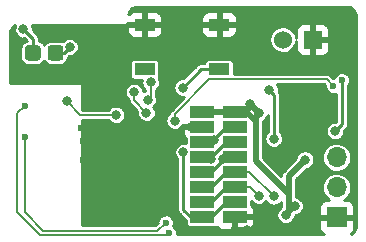
<source format=gbr>
G04 #@! TF.GenerationSoftware,KiCad,Pcbnew,(5.99.0-2119-g1c72042fc)*
G04 #@! TF.CreationDate,2020-07-24T01:25:00+02:00*
G04 #@! TF.ProjectId,ledCollar_PCB,6c656443-6f6c-46c6-9172-5f5043422e6b,rev?*
G04 #@! TF.SameCoordinates,Original*
G04 #@! TF.FileFunction,Copper,L2,Bot*
G04 #@! TF.FilePolarity,Positive*
%FSLAX46Y46*%
G04 Gerber Fmt 4.6, Leading zero omitted, Abs format (unit mm)*
G04 Created by KiCad (PCBNEW (5.99.0-2119-g1c72042fc)) date 2020-07-24 01:25:00*
%MOMM*%
%LPD*%
G01*
G04 APERTURE LIST*
G04 #@! TA.AperFunction,SMDPad,CuDef*
%ADD10R,2.000000X1.000000*%
G04 #@! TD*
G04 #@! TA.AperFunction,ComponentPad*
%ADD11C,1.524000*%
G04 #@! TD*
G04 #@! TA.AperFunction,ComponentPad*
%ADD12R,1.524000X1.524000*%
G04 #@! TD*
G04 #@! TA.AperFunction,SMDPad,CuDef*
%ADD13R,1.700000X1.000000*%
G04 #@! TD*
G04 #@! TA.AperFunction,ComponentPad*
%ADD14O,1.700000X1.700000*%
G04 #@! TD*
G04 #@! TA.AperFunction,ComponentPad*
%ADD15R,1.700000X1.700000*%
G04 #@! TD*
G04 #@! TA.AperFunction,ViaPad*
%ADD16C,0.800000*%
G04 #@! TD*
G04 #@! TA.AperFunction,ViaPad*
%ADD17C,0.600000*%
G04 #@! TD*
G04 #@! TA.AperFunction,Conductor*
%ADD18C,0.127000*%
G04 #@! TD*
G04 #@! TA.AperFunction,Conductor*
%ADD19C,0.500000*%
G04 #@! TD*
G04 #@! TA.AperFunction,Conductor*
%ADD20C,0.250000*%
G04 #@! TD*
G04 #@! TA.AperFunction,Conductor*
%ADD21C,0.254000*%
G04 #@! TD*
G04 APERTURE END LIST*
D10*
X116650000Y-116865400D03*
X116650000Y-118135400D03*
X116650000Y-110515400D03*
X116650000Y-111785400D03*
X116650000Y-109290400D03*
X116650000Y-113055400D03*
X116650000Y-114325400D03*
X116650000Y-115595400D03*
X119380000Y-115570000D03*
X119380000Y-116840000D03*
X119380000Y-118110000D03*
X119380000Y-110490000D03*
X119380000Y-109265000D03*
X119380000Y-111760000D03*
X119380000Y-113030000D03*
X119380000Y-114300000D03*
G04 #@! TA.AperFunction,SMDPad,CuDef*
G36*
G01*
X102950000Y-103850000D02*
X102950000Y-104650000D01*
G75*
G02*
X102700000Y-104900000I-250000J0D01*
G01*
X101875000Y-104900000D01*
G75*
G02*
X101625000Y-104650000I0J250000D01*
G01*
X101625000Y-103850000D01*
G75*
G02*
X101875000Y-103600000I250000J0D01*
G01*
X102700000Y-103600000D01*
G75*
G02*
X102950000Y-103850000I0J-250000D01*
G01*
G37*
G04 #@! TD.AperFunction*
G04 #@! TA.AperFunction,SMDPad,CuDef*
G36*
G01*
X104875000Y-103850000D02*
X104875000Y-104650000D01*
G75*
G02*
X104625000Y-104900000I-250000J0D01*
G01*
X103800000Y-104900000D01*
G75*
G02*
X103550000Y-104650000I0J250000D01*
G01*
X103550000Y-103850000D01*
G75*
G02*
X103800000Y-103600000I250000J0D01*
G01*
X104625000Y-103600000D01*
G75*
G02*
X104875000Y-103850000I0J-250000D01*
G01*
G37*
G04 #@! TD.AperFunction*
D11*
X123444000Y-103124000D03*
D12*
X125984000Y-103124000D03*
D13*
X111760000Y-105654000D03*
X118060000Y-105654000D03*
X111760000Y-101854000D03*
X118060000Y-101854000D03*
D14*
X128016000Y-113100498D03*
X128016000Y-115640498D03*
D15*
X128016000Y-118180498D03*
D16*
X110490000Y-109855000D03*
X111910500Y-109321155D03*
X107823000Y-108192390D03*
X105156000Y-108356400D03*
X120650000Y-108559600D03*
X121412000Y-109347000D03*
X110490000Y-103632000D03*
X114935000Y-111506000D03*
X115050000Y-112649000D03*
X114300000Y-109982000D03*
D17*
X113792000Y-119474986D03*
X113538000Y-118618000D03*
D16*
X115697000Y-110490000D03*
X117610370Y-111633923D03*
X117348000Y-113225400D03*
X118361405Y-113200288D03*
X105410000Y-103750000D03*
X109347000Y-109500000D03*
X101500000Y-102250000D03*
X114971990Y-107188000D03*
X114554000Y-103759000D03*
D17*
X106553000Y-111709200D03*
X106553000Y-113360200D03*
X106390001Y-110602199D03*
D16*
X125349000Y-113284000D03*
X122936000Y-112649000D03*
X124460000Y-117221000D03*
X106807000Y-117475000D03*
X106807000Y-118491000D03*
X107823000Y-117475000D03*
X107823000Y-118491000D03*
D17*
X101600000Y-108712000D03*
X101600000Y-111379000D03*
D16*
X127889000Y-110871000D03*
D17*
X128474959Y-106553000D03*
X127749949Y-107061000D03*
D16*
X123698000Y-117983000D03*
X112014000Y-103505000D03*
X105283000Y-102616000D03*
X112014000Y-108204000D03*
X112268000Y-106754002D03*
X110871000Y-107569000D03*
X109791458Y-106905490D03*
X107061000Y-112471200D03*
X120396000Y-119253000D03*
X119380000Y-119253000D03*
X122723002Y-116389261D03*
X121412000Y-116332000D03*
X122686653Y-111510653D03*
X122324990Y-107422554D03*
D18*
X110871000Y-108281655D02*
X111910500Y-109321155D01*
X110871000Y-107569000D02*
X110871000Y-108281655D01*
X106299600Y-109500000D02*
X105156000Y-108356400D01*
X109347000Y-109500000D02*
X106299600Y-109500000D01*
D19*
X120650000Y-108839000D02*
X120650000Y-108559600D01*
X121412000Y-109347000D02*
X120650000Y-108585000D01*
X120650000Y-108585000D02*
X120650000Y-108559600D01*
X120224000Y-109265000D02*
X120650000Y-108839000D01*
D20*
X128474959Y-110285041D02*
X127889000Y-110871000D01*
X128474959Y-106553000D02*
X128474959Y-110285041D01*
X122686653Y-107784217D02*
X122324990Y-107422554D01*
X122686653Y-111510653D02*
X122686653Y-107784217D01*
D18*
X114300000Y-109416315D02*
X114300000Y-109982000D01*
X117241154Y-106475161D02*
X114300000Y-109416315D01*
X127749949Y-107061000D02*
X127164110Y-106475161D01*
X127164110Y-106475161D02*
X117241154Y-106475161D01*
D19*
X121412000Y-109347000D02*
X121158000Y-109601000D01*
X121158000Y-109601000D02*
X121158000Y-110043001D01*
D20*
X116650000Y-118135400D02*
X115650001Y-118135400D01*
X115650001Y-118135400D02*
X115050000Y-117535399D01*
X115050000Y-117535399D02*
X115050000Y-112649000D01*
D18*
X100965000Y-117729000D02*
X102915999Y-119679999D01*
X102915999Y-119679999D02*
X113586987Y-119679999D01*
X100965000Y-109347000D02*
X100965000Y-117729000D01*
X101600000Y-108712000D02*
X100965000Y-109347000D01*
X113586987Y-119679999D02*
X113792000Y-119474986D01*
X101600000Y-117729000D02*
X103177990Y-119306990D01*
X101600000Y-111379000D02*
X101600000Y-117729000D01*
X103177990Y-119306990D02*
X112849010Y-119306990D01*
X112849010Y-119306990D02*
X113538000Y-118618000D01*
D20*
X116801477Y-111633923D02*
X117610370Y-111633923D01*
X116650000Y-111785400D02*
X116801477Y-111633923D01*
X117348000Y-113225400D02*
X116820000Y-113225400D01*
X116820000Y-113225400D02*
X116650000Y-113055400D01*
X118361405Y-113200288D02*
X119209712Y-113200288D01*
X119209712Y-113200288D02*
X119380000Y-113030000D01*
D19*
X119380000Y-109265000D02*
X116675400Y-109265000D01*
X116675400Y-109265000D02*
X116650000Y-109290400D01*
D20*
X117394966Y-118135400D02*
X118690366Y-116840000D01*
X116650000Y-118135400D02*
X117394966Y-118135400D01*
X118690366Y-116840000D02*
X119380000Y-116840000D01*
X117394966Y-116865400D02*
X118690366Y-115570000D01*
X116650000Y-116865400D02*
X117394966Y-116865400D01*
X118690366Y-115570000D02*
X119380000Y-115570000D01*
X117394966Y-115595400D02*
X118690366Y-114300000D01*
X116650000Y-115595400D02*
X117394966Y-115595400D01*
X118690366Y-114300000D02*
X119380000Y-114300000D01*
X117394966Y-114325400D02*
X118690366Y-113030000D01*
X116650000Y-114325400D02*
X117394966Y-114325400D01*
X118690366Y-113030000D02*
X119380000Y-113030000D01*
X117394966Y-113055400D02*
X118690366Y-111760000D01*
X116650000Y-113055400D02*
X117394966Y-113055400D01*
X118690366Y-111760000D02*
X119380000Y-111760000D01*
X117339634Y-111785400D02*
X118635034Y-110490000D01*
X116650000Y-111785400D02*
X117339634Y-111785400D01*
X118635034Y-110490000D02*
X119380000Y-110490000D01*
X104893000Y-104267000D02*
X104229500Y-104267000D01*
X105410000Y-103750000D02*
X104893000Y-104267000D01*
X104229500Y-104267000D02*
X104212500Y-104250000D01*
X102312500Y-104250000D02*
X102312500Y-103062500D01*
X102312500Y-103062500D02*
X101500000Y-102250000D01*
X116505990Y-105654000D02*
X114971990Y-107188000D01*
X118060000Y-105654000D02*
X116505990Y-105654000D01*
D19*
X123952000Y-116205000D02*
X123952000Y-114681000D01*
X123952000Y-114681000D02*
X125349000Y-113284000D01*
X124079000Y-117475000D02*
X124206000Y-117475000D01*
X124206000Y-117475000D02*
X124460000Y-117221000D01*
D20*
X123952000Y-117348000D02*
X124079000Y-117475000D01*
D19*
X123952000Y-117348000D02*
X123952000Y-117729000D01*
X123952000Y-117729000D02*
X123698000Y-117983000D01*
X123952000Y-116205000D02*
X123952000Y-117348000D01*
D18*
X112268000Y-106754002D02*
X112268000Y-107950000D01*
X112268000Y-107950000D02*
X112014000Y-108204000D01*
D20*
X119380000Y-109265000D02*
X120224000Y-109265000D01*
D19*
X121158000Y-113411000D02*
X123952000Y-116205000D01*
X121158000Y-110043001D02*
X121158000Y-113411000D01*
X120379999Y-109265000D02*
X121158000Y-110043001D01*
X119380000Y-109265000D02*
X120379999Y-109265000D01*
X119380000Y-119253000D02*
X120396000Y-119253000D01*
X119380000Y-118110000D02*
X119380000Y-119253000D01*
D18*
X122723002Y-116389261D02*
X120633741Y-114300000D01*
X120633741Y-114300000D02*
X119380000Y-114300000D01*
X120650000Y-115570000D02*
X119380000Y-115570000D01*
X121412000Y-116332000D02*
X120650000Y-115570000D01*
D21*
X128954938Y-100382379D02*
X129123272Y-100399479D01*
X129241499Y-100436528D01*
X129349873Y-100496601D01*
X129443947Y-100577232D01*
X129519893Y-100675142D01*
X129574593Y-100786307D01*
X129607021Y-100910802D01*
X129616633Y-101035708D01*
X129618789Y-101047899D01*
X129620000Y-101052222D01*
X129620001Y-118943158D01*
X129617621Y-118954937D01*
X129600521Y-119123268D01*
X129563470Y-119241502D01*
X129503399Y-119349873D01*
X129422768Y-119443947D01*
X129324858Y-119519893D01*
X129213693Y-119574593D01*
X129199495Y-119578291D01*
X129350590Y-119451508D01*
X129364761Y-119434619D01*
X129465359Y-119260378D01*
X129472900Y-119239661D01*
X129506878Y-119046960D01*
X129507837Y-119035999D01*
X129507837Y-118382307D01*
X129434028Y-118308498D01*
X128217808Y-118308497D01*
X128217807Y-118308498D01*
X126597972Y-118308497D01*
X126524163Y-118382306D01*
X126524163Y-119038756D01*
X126526319Y-119055132D01*
X126601137Y-119334357D01*
X126613880Y-119358837D01*
X126744990Y-119515088D01*
X126761879Y-119529259D01*
X126919047Y-119620000D01*
X114464684Y-119620000D01*
X114468678Y-119608906D01*
X114472427Y-119587911D01*
X114474117Y-119372762D01*
X114470698Y-119351711D01*
X114403913Y-119156649D01*
X114394023Y-119138319D01*
X114267808Y-118975603D01*
X114252512Y-118961464D01*
X114160903Y-118901288D01*
X114214678Y-118751920D01*
X114218427Y-118730925D01*
X114220117Y-118515776D01*
X114216698Y-118494725D01*
X114149913Y-118299663D01*
X114140023Y-118281333D01*
X114013808Y-118118617D01*
X113998512Y-118104478D01*
X113826395Y-117991419D01*
X113807345Y-117982997D01*
X113607887Y-117931784D01*
X113587136Y-117929986D01*
X113381841Y-117946144D01*
X113361626Y-117951165D01*
X113172634Y-118032949D01*
X113155136Y-118044247D01*
X113002825Y-118182841D01*
X112989930Y-118199198D01*
X112890722Y-118379654D01*
X112883821Y-118399307D01*
X112848416Y-118602169D01*
X112848252Y-118622998D01*
X112855734Y-118670236D01*
X112664480Y-118861490D01*
X106425000Y-118861490D01*
X106425000Y-109945500D01*
X108695261Y-109945500D01*
X108695864Y-109946403D01*
X108841300Y-110106237D01*
X108855909Y-110118130D01*
X109041914Y-110228133D01*
X109059373Y-110235205D01*
X109269501Y-110285652D01*
X109288268Y-110287278D01*
X109503941Y-110273709D01*
X109522356Y-110269744D01*
X109724505Y-110193359D01*
X109740940Y-110184154D01*
X109911692Y-110051706D01*
X109924694Y-110038076D01*
X110048952Y-109861275D01*
X110057372Y-109844424D01*
X110124227Y-109638665D01*
X110127326Y-109619580D01*
X110129108Y-109392691D01*
X110126309Y-109373560D01*
X110062693Y-109166777D01*
X110054539Y-109149796D01*
X109933074Y-108971065D01*
X109920287Y-108957232D01*
X109751637Y-108822118D01*
X109735348Y-108812656D01*
X109534425Y-108733106D01*
X109516074Y-108728852D01*
X109300641Y-108711897D01*
X109281851Y-108713228D01*
X109070957Y-108760368D01*
X109053388Y-108767165D01*
X108865679Y-108874233D01*
X108850886Y-108885895D01*
X108702956Y-109043424D01*
X108695301Y-109054500D01*
X106484131Y-109054500D01*
X106425000Y-108995369D01*
X106425000Y-107572219D01*
X110081541Y-107572219D01*
X110111990Y-107786162D01*
X110117388Y-107804209D01*
X110209398Y-107999741D01*
X110219863Y-108015403D01*
X110365300Y-108175237D01*
X110379909Y-108187130D01*
X110423054Y-108212646D01*
X110421807Y-108216196D01*
X110418595Y-108244391D01*
X110425501Y-108306451D01*
X110425501Y-108324744D01*
X110427084Y-108338800D01*
X110431022Y-108356063D01*
X110437858Y-108417495D01*
X110447221Y-108444344D01*
X110453411Y-108454212D01*
X110456015Y-108465627D01*
X110468321Y-108491198D01*
X110507293Y-108540104D01*
X110516749Y-108555179D01*
X110525598Y-108566284D01*
X110538179Y-108578864D01*
X110576848Y-108627392D01*
X110599027Y-108645096D01*
X110609427Y-108650112D01*
X111140832Y-109181517D01*
X111121189Y-109305537D01*
X111121041Y-109324374D01*
X111151490Y-109538317D01*
X111156888Y-109556364D01*
X111248898Y-109751896D01*
X111259363Y-109767558D01*
X111404800Y-109927392D01*
X111419409Y-109939285D01*
X111605414Y-110049288D01*
X111622873Y-110056360D01*
X111833001Y-110106807D01*
X111851768Y-110108433D01*
X112067441Y-110094864D01*
X112085856Y-110090899D01*
X112288005Y-110014514D01*
X112304440Y-110005309D01*
X112330340Y-109985219D01*
X113510541Y-109985219D01*
X113540990Y-110199162D01*
X113546388Y-110217209D01*
X113638398Y-110412741D01*
X113648863Y-110428403D01*
X113794300Y-110588237D01*
X113808909Y-110600130D01*
X113994914Y-110710133D01*
X114012373Y-110717205D01*
X114222501Y-110767652D01*
X114241268Y-110769278D01*
X114456941Y-110755709D01*
X114475356Y-110751744D01*
X114677505Y-110675359D01*
X114693940Y-110666154D01*
X114864692Y-110533706D01*
X114877694Y-110520076D01*
X115001952Y-110343275D01*
X115010372Y-110326424D01*
X115012977Y-110318405D01*
X115081972Y-110387400D01*
X116778000Y-110387401D01*
X116777999Y-110643400D01*
X115081972Y-110643399D01*
X115008163Y-110717208D01*
X115008163Y-111023658D01*
X115010319Y-111040034D01*
X115085137Y-111319259D01*
X115097880Y-111343739D01*
X115228990Y-111499990D01*
X115245880Y-111514162D01*
X115265024Y-111525215D01*
X115265024Y-111893033D01*
X115237425Y-111882106D01*
X115219074Y-111877852D01*
X115003641Y-111860897D01*
X114984851Y-111862228D01*
X114773957Y-111909368D01*
X114756388Y-111916165D01*
X114568679Y-112023233D01*
X114553886Y-112034895D01*
X114405956Y-112192424D01*
X114395245Y-112207920D01*
X114300175Y-112401983D01*
X114294495Y-112419943D01*
X114260689Y-112633382D01*
X114260541Y-112652219D01*
X114290990Y-112866162D01*
X114296388Y-112884209D01*
X114388398Y-113079741D01*
X114398863Y-113095403D01*
X114543001Y-113253809D01*
X114543000Y-117485465D01*
X114535536Y-117522989D01*
X114535536Y-117547809D01*
X114562047Y-117681085D01*
X114569948Y-117720808D01*
X114579446Y-117743739D01*
X114677443Y-117890405D01*
X114694994Y-117907956D01*
X114726811Y-117929215D01*
X115256185Y-118458589D01*
X115265024Y-118471818D01*
X115265024Y-118641590D01*
X115266237Y-118653910D01*
X115289579Y-118771258D01*
X115299077Y-118794189D01*
X115369005Y-118898844D01*
X115386556Y-118916395D01*
X115491211Y-118986323D01*
X115514142Y-118995821D01*
X115631490Y-119019163D01*
X115643810Y-119020376D01*
X117656190Y-119020376D01*
X117668510Y-119019163D01*
X117785858Y-118995821D01*
X117808789Y-118986323D01*
X117846820Y-118960911D01*
X117958990Y-119094590D01*
X117975879Y-119108761D01*
X118150120Y-119209359D01*
X118170837Y-119216900D01*
X118363538Y-119250878D01*
X118374499Y-119251837D01*
X119178191Y-119251837D01*
X119252000Y-119178028D01*
X119507999Y-119178028D01*
X119581808Y-119251837D01*
X120388258Y-119251837D01*
X120404634Y-119249681D01*
X120683859Y-119174863D01*
X120708339Y-119162120D01*
X120864590Y-119031010D01*
X120878761Y-119014121D01*
X120979359Y-118839880D01*
X120986900Y-118819163D01*
X121020878Y-118626462D01*
X121021837Y-118615501D01*
X121021837Y-118311809D01*
X120948028Y-118238000D01*
X119581809Y-118237999D01*
X119508000Y-118311808D01*
X119507999Y-119178028D01*
X119252000Y-119178028D01*
X119252001Y-118311808D01*
X119252000Y-118311807D01*
X119252001Y-117982000D01*
X120948028Y-117982001D01*
X121021837Y-117908192D01*
X121021837Y-117601742D01*
X121019681Y-117585366D01*
X120944863Y-117306142D01*
X120932120Y-117281662D01*
X120801010Y-117125410D01*
X120784120Y-117111238D01*
X120764976Y-117100185D01*
X120764976Y-116782923D01*
X120906300Y-116938237D01*
X120920909Y-116950130D01*
X121106914Y-117060133D01*
X121124373Y-117067205D01*
X121334501Y-117117652D01*
X121353268Y-117119278D01*
X121568941Y-117105709D01*
X121587356Y-117101744D01*
X121789505Y-117025359D01*
X121805940Y-117016154D01*
X121976692Y-116883706D01*
X121989694Y-116870076D01*
X122046757Y-116788884D01*
X122061400Y-116820002D01*
X122071865Y-116835664D01*
X122217302Y-116995498D01*
X122231911Y-117007391D01*
X122417916Y-117117394D01*
X122435375Y-117124466D01*
X122645503Y-117174913D01*
X122664270Y-117176539D01*
X122879943Y-117162970D01*
X122898358Y-117159005D01*
X123100507Y-117082620D01*
X123116942Y-117073415D01*
X123287694Y-116940967D01*
X123300696Y-116927337D01*
X123320001Y-116899869D01*
X123320001Y-117297503D01*
X123320000Y-117297513D01*
X123320000Y-117298300D01*
X123216679Y-117357233D01*
X123201886Y-117368895D01*
X123053956Y-117526424D01*
X123043245Y-117541920D01*
X122948175Y-117735983D01*
X122942495Y-117753943D01*
X122908689Y-117967382D01*
X122908541Y-117986219D01*
X122938990Y-118200162D01*
X122944388Y-118218209D01*
X123036398Y-118413741D01*
X123046863Y-118429403D01*
X123192300Y-118589237D01*
X123206909Y-118601130D01*
X123392914Y-118711133D01*
X123410373Y-118718205D01*
X123620501Y-118768652D01*
X123639268Y-118770278D01*
X123854941Y-118756709D01*
X123873356Y-118752744D01*
X124075505Y-118676359D01*
X124091940Y-118667154D01*
X124262692Y-118534706D01*
X124275694Y-118521076D01*
X124399952Y-118344275D01*
X124408372Y-118327424D01*
X124475227Y-118121665D01*
X124478326Y-118102580D01*
X124478495Y-118081081D01*
X124485529Y-118068898D01*
X124510392Y-118033391D01*
X124545896Y-118008530D01*
X124564074Y-117998035D01*
X124616940Y-117994709D01*
X124635356Y-117990744D01*
X124837505Y-117914359D01*
X124853940Y-117905154D01*
X125024692Y-117772706D01*
X125037694Y-117759076D01*
X125161952Y-117582275D01*
X125170372Y-117565424D01*
X125237227Y-117359665D01*
X125240326Y-117340580D01*
X125240448Y-117324997D01*
X126524163Y-117324997D01*
X126524163Y-117978689D01*
X126597972Y-118052498D01*
X127814192Y-118052499D01*
X127814193Y-118052498D01*
X129434028Y-118052499D01*
X129507837Y-117978690D01*
X129507837Y-117322240D01*
X129505681Y-117305864D01*
X129430863Y-117026640D01*
X129418120Y-117002160D01*
X129287010Y-116845908D01*
X129270121Y-116831737D01*
X129095880Y-116731139D01*
X129075163Y-116723598D01*
X128882462Y-116689620D01*
X128871501Y-116688661D01*
X128663963Y-116688661D01*
X128815988Y-116581419D01*
X128825088Y-116573606D01*
X128979479Y-116413169D01*
X128986937Y-116403776D01*
X129108205Y-116217040D01*
X129113752Y-116206406D01*
X129197522Y-116000108D01*
X129200958Y-115988617D01*
X129244222Y-115770119D01*
X129245425Y-115758019D01*
X129246023Y-115529416D01*
X129244884Y-115517310D01*
X129202765Y-115298589D01*
X129199388Y-115287080D01*
X129116701Y-115080346D01*
X129111209Y-115069682D01*
X128990920Y-114882314D01*
X128983511Y-114872882D01*
X128829963Y-114711640D01*
X128820904Y-114703779D01*
X128639634Y-114574481D01*
X128629252Y-114568475D01*
X128426805Y-114475787D01*
X128415474Y-114471852D01*
X128199151Y-114419118D01*
X128187281Y-114417397D01*
X127964890Y-114406520D01*
X127952909Y-114407075D01*
X127732472Y-114438448D01*
X127720812Y-114441258D01*
X127510285Y-114513748D01*
X127499366Y-114518713D01*
X127306346Y-114629704D01*
X127296563Y-114636644D01*
X127128012Y-114782132D01*
X127119718Y-114790797D01*
X126981720Y-114965533D01*
X126975214Y-114975609D01*
X126872746Y-115173288D01*
X126868263Y-115184413D01*
X126805025Y-115397901D01*
X126802727Y-115409673D01*
X126780999Y-115631268D01*
X126780968Y-115643262D01*
X126801535Y-115864967D01*
X126803772Y-115876751D01*
X126865891Y-116090568D01*
X126870316Y-116101716D01*
X126971747Y-116299929D01*
X126978201Y-116310039D01*
X127115282Y-116485494D01*
X127123530Y-116494202D01*
X127291317Y-116640571D01*
X127301063Y-116647562D01*
X127371679Y-116688661D01*
X127157742Y-116688661D01*
X127141366Y-116690817D01*
X126862142Y-116765635D01*
X126837662Y-116778378D01*
X126681410Y-116909488D01*
X126667239Y-116926377D01*
X126566641Y-117100618D01*
X126559100Y-117121335D01*
X126525122Y-117314036D01*
X126524163Y-117324997D01*
X125240448Y-117324997D01*
X125242108Y-117113691D01*
X125239309Y-117094560D01*
X125175693Y-116887777D01*
X125167539Y-116870796D01*
X125046074Y-116692065D01*
X125033287Y-116678232D01*
X124864637Y-116543118D01*
X124848348Y-116533656D01*
X124647425Y-116454106D01*
X124629075Y-116449852D01*
X124584000Y-116446304D01*
X124584000Y-116232580D01*
X124590330Y-116160219D01*
X124588409Y-116138256D01*
X124584000Y-116121801D01*
X124584000Y-114942781D01*
X125466597Y-114060184D01*
X125505940Y-114057709D01*
X125524356Y-114053744D01*
X125726505Y-113977359D01*
X125742940Y-113968154D01*
X125913692Y-113835706D01*
X125926694Y-113822076D01*
X126050952Y-113645275D01*
X126059372Y-113628424D01*
X126126227Y-113422665D01*
X126129326Y-113403580D01*
X126131108Y-113176691D01*
X126128309Y-113157560D01*
X126111605Y-113103262D01*
X126780968Y-113103262D01*
X126801535Y-113324967D01*
X126803772Y-113336751D01*
X126865891Y-113550568D01*
X126870316Y-113561716D01*
X126971747Y-113759929D01*
X126978201Y-113770039D01*
X127115282Y-113945494D01*
X127123530Y-113954202D01*
X127291317Y-114100571D01*
X127301063Y-114107562D01*
X127493501Y-114219563D01*
X127504393Y-114224585D01*
X127714537Y-114298176D01*
X127726183Y-114301047D01*
X127946451Y-114333573D01*
X127958430Y-114334191D01*
X128180874Y-114324478D01*
X128192753Y-114322820D01*
X128409349Y-114271220D01*
X128420700Y-114267345D01*
X128623631Y-114175718D01*
X128634045Y-114169766D01*
X128815988Y-114041419D01*
X128825088Y-114033606D01*
X128979479Y-113873169D01*
X128986937Y-113863776D01*
X129108205Y-113677040D01*
X129113752Y-113666406D01*
X129197522Y-113460108D01*
X129200958Y-113448617D01*
X129244222Y-113230119D01*
X129245425Y-113218019D01*
X129246023Y-112989416D01*
X129244884Y-112977310D01*
X129202765Y-112758589D01*
X129199388Y-112747080D01*
X129116701Y-112540346D01*
X129111209Y-112529682D01*
X128990920Y-112342314D01*
X128983511Y-112332882D01*
X128829963Y-112171640D01*
X128820904Y-112163779D01*
X128639634Y-112034481D01*
X128629252Y-112028475D01*
X128426805Y-111935787D01*
X128415474Y-111931852D01*
X128199151Y-111879118D01*
X128187281Y-111877397D01*
X127964890Y-111866520D01*
X127952909Y-111867075D01*
X127732472Y-111898448D01*
X127720812Y-111901258D01*
X127510285Y-111973748D01*
X127499366Y-111978713D01*
X127306346Y-112089704D01*
X127296563Y-112096644D01*
X127128012Y-112242132D01*
X127119718Y-112250797D01*
X126981720Y-112425533D01*
X126975214Y-112435609D01*
X126872746Y-112633288D01*
X126868263Y-112644413D01*
X126805025Y-112857901D01*
X126802727Y-112869673D01*
X126780999Y-113091268D01*
X126780968Y-113103262D01*
X126111605Y-113103262D01*
X126064693Y-112950777D01*
X126056539Y-112933796D01*
X125935074Y-112755065D01*
X125922287Y-112741232D01*
X125753637Y-112606118D01*
X125737348Y-112596656D01*
X125536425Y-112517106D01*
X125518074Y-112512852D01*
X125302641Y-112495897D01*
X125283851Y-112497228D01*
X125072957Y-112544368D01*
X125055388Y-112551165D01*
X124867679Y-112658233D01*
X124852886Y-112669895D01*
X124704956Y-112827424D01*
X124694245Y-112842920D01*
X124599175Y-113036983D01*
X124593495Y-113054943D01*
X124576410Y-113162808D01*
X123524616Y-114214603D01*
X123468968Y-114261297D01*
X123454797Y-114278186D01*
X123418469Y-114341106D01*
X123376799Y-114400616D01*
X123367482Y-114420597D01*
X123363071Y-114437057D01*
X123354551Y-114451815D01*
X123347010Y-114472532D01*
X123334394Y-114544080D01*
X123315591Y-114614256D01*
X123313670Y-114636219D01*
X123317185Y-114676403D01*
X121790000Y-113149219D01*
X121790000Y-110070581D01*
X121792806Y-110038510D01*
X121805940Y-110031154D01*
X121976692Y-109898706D01*
X121989694Y-109885076D01*
X122113952Y-109708275D01*
X122122372Y-109691424D01*
X122179654Y-109515129D01*
X122179653Y-110908139D01*
X122042609Y-111054077D01*
X122031898Y-111069573D01*
X121936828Y-111263636D01*
X121931148Y-111281596D01*
X121897342Y-111495035D01*
X121897194Y-111513872D01*
X121927643Y-111727815D01*
X121933041Y-111745862D01*
X122025051Y-111941394D01*
X122035516Y-111957056D01*
X122180953Y-112116890D01*
X122195562Y-112128783D01*
X122381567Y-112238786D01*
X122399026Y-112245858D01*
X122609154Y-112296305D01*
X122627921Y-112297931D01*
X122843594Y-112284362D01*
X122862009Y-112280397D01*
X123064158Y-112204012D01*
X123080593Y-112194807D01*
X123251345Y-112062359D01*
X123264347Y-112048729D01*
X123388605Y-111871928D01*
X123397025Y-111855077D01*
X123463880Y-111649318D01*
X123466979Y-111630233D01*
X123468761Y-111403344D01*
X123465962Y-111384213D01*
X123402346Y-111177430D01*
X123394192Y-111160449D01*
X123272727Y-110981718D01*
X123259940Y-110967885D01*
X123193653Y-110914779D01*
X123193653Y-107834151D01*
X123201117Y-107796627D01*
X123201117Y-107771807D01*
X123166705Y-107598806D01*
X123157207Y-107575875D01*
X123134998Y-107542636D01*
X123105657Y-107498724D01*
X123107098Y-107315245D01*
X123104299Y-107296114D01*
X123040683Y-107089331D01*
X123032529Y-107072350D01*
X122929442Y-106920661D01*
X126979579Y-106920661D01*
X127066862Y-107007944D01*
X127060365Y-107045170D01*
X127060201Y-107065998D01*
X127092415Y-107269391D01*
X127099007Y-107289149D01*
X127195368Y-107471142D01*
X127208004Y-107487700D01*
X127358120Y-107628668D01*
X127375439Y-107640240D01*
X127563123Y-107724983D01*
X127583256Y-107730321D01*
X127788272Y-107749700D01*
X127809048Y-107748229D01*
X127967959Y-107710078D01*
X127967960Y-110075034D01*
X127951527Y-110091467D01*
X127842641Y-110082897D01*
X127823851Y-110084228D01*
X127612957Y-110131368D01*
X127595388Y-110138165D01*
X127407679Y-110245233D01*
X127392886Y-110256895D01*
X127244956Y-110414424D01*
X127234245Y-110429920D01*
X127139175Y-110623983D01*
X127133495Y-110641943D01*
X127099689Y-110855382D01*
X127099541Y-110874219D01*
X127129990Y-111088162D01*
X127135388Y-111106209D01*
X127227398Y-111301741D01*
X127237863Y-111317403D01*
X127383300Y-111477237D01*
X127397909Y-111489130D01*
X127583914Y-111599133D01*
X127601373Y-111606205D01*
X127811501Y-111656652D01*
X127830268Y-111658278D01*
X128045941Y-111644709D01*
X128064356Y-111640744D01*
X128266505Y-111564359D01*
X128282940Y-111555154D01*
X128453692Y-111422706D01*
X128466694Y-111409076D01*
X128590952Y-111232275D01*
X128599372Y-111215424D01*
X128666227Y-111009665D01*
X128669326Y-110990580D01*
X128670774Y-110806232D01*
X128798151Y-110678855D01*
X128829965Y-110657598D01*
X128847516Y-110640047D01*
X128945513Y-110493383D01*
X128955011Y-110470453D01*
X128969453Y-110397850D01*
X128989423Y-110297452D01*
X128989423Y-110272632D01*
X128981959Y-110235108D01*
X128981959Y-107010996D01*
X129071620Y-106899082D01*
X129081797Y-106880909D01*
X129151637Y-106686920D01*
X129155386Y-106665925D01*
X129157076Y-106450776D01*
X129153657Y-106429725D01*
X129086872Y-106234663D01*
X129076982Y-106216333D01*
X128950767Y-106053617D01*
X128935471Y-106039478D01*
X128763354Y-105926419D01*
X128744304Y-105917997D01*
X128544846Y-105866784D01*
X128524095Y-105864986D01*
X128318800Y-105881144D01*
X128298585Y-105886165D01*
X128109593Y-105967949D01*
X128092095Y-105979247D01*
X127939784Y-106117841D01*
X127926889Y-106134198D01*
X127827681Y-106314654D01*
X127820780Y-106334307D01*
X127813807Y-106374262D01*
X127799084Y-106372986D01*
X127699781Y-106380802D01*
X127532852Y-106213873D01*
X127528025Y-106203821D01*
X127510359Y-106181612D01*
X127461587Y-106142608D01*
X127448656Y-106129676D01*
X127437598Y-106120857D01*
X127422602Y-106111431D01*
X127374335Y-106072830D01*
X127348731Y-106060466D01*
X127337373Y-106057865D01*
X127327458Y-106051633D01*
X127300677Y-106042254D01*
X127238549Y-106035231D01*
X127221193Y-106031256D01*
X127207083Y-106029661D01*
X127189278Y-106029661D01*
X127127636Y-106022692D01*
X127099435Y-106025855D01*
X127088536Y-106029661D01*
X119294976Y-106029661D01*
X119294976Y-105147810D01*
X119293763Y-105135490D01*
X119270421Y-105018142D01*
X119260923Y-104995211D01*
X119190995Y-104890556D01*
X119173444Y-104873005D01*
X119068789Y-104803077D01*
X119045858Y-104793579D01*
X118928510Y-104770237D01*
X118916190Y-104769024D01*
X117203810Y-104769024D01*
X117191490Y-104770237D01*
X117074142Y-104793579D01*
X117051211Y-104803077D01*
X116946556Y-104873005D01*
X116929005Y-104890556D01*
X116859077Y-104995211D01*
X116849579Y-105018142D01*
X116826237Y-105135490D01*
X116825104Y-105147000D01*
X116555924Y-105147000D01*
X116518400Y-105139536D01*
X116493580Y-105139536D01*
X116443885Y-105149421D01*
X116320578Y-105173948D01*
X116297648Y-105183446D01*
X116150984Y-105281443D01*
X116133433Y-105298994D01*
X116112174Y-105330811D01*
X115034518Y-106408467D01*
X114925631Y-106399897D01*
X114906841Y-106401228D01*
X114695947Y-106448368D01*
X114678378Y-106455165D01*
X114490669Y-106562233D01*
X114475876Y-106573895D01*
X114327946Y-106731424D01*
X114317235Y-106746920D01*
X114222165Y-106940983D01*
X114216485Y-106958943D01*
X114182679Y-107172382D01*
X114182531Y-107191219D01*
X114212980Y-107405162D01*
X114218378Y-107423209D01*
X114310388Y-107618741D01*
X114320853Y-107634403D01*
X114466290Y-107794237D01*
X114480899Y-107806130D01*
X114666904Y-107916133D01*
X114684363Y-107923205D01*
X114894491Y-107973652D01*
X114913258Y-107975278D01*
X115124283Y-107962001D01*
X114038709Y-109047575D01*
X114028656Y-109052403D01*
X114006450Y-109070067D01*
X113967452Y-109118833D01*
X113954516Y-109131768D01*
X113945696Y-109142827D01*
X113936271Y-109157822D01*
X113897668Y-109206093D01*
X113885304Y-109231699D01*
X113882704Y-109243050D01*
X113876474Y-109252963D01*
X113867093Y-109279747D01*
X113861187Y-109331987D01*
X113818679Y-109356233D01*
X113803886Y-109367895D01*
X113655956Y-109525424D01*
X113645245Y-109540920D01*
X113550175Y-109734983D01*
X113544495Y-109752943D01*
X113510689Y-109966382D01*
X113510541Y-109985219D01*
X112330340Y-109985219D01*
X112475192Y-109872861D01*
X112488194Y-109859231D01*
X112612452Y-109682430D01*
X112620872Y-109665579D01*
X112687727Y-109459820D01*
X112690826Y-109440735D01*
X112692608Y-109213846D01*
X112689809Y-109194715D01*
X112626193Y-108987932D01*
X112618039Y-108970951D01*
X112508671Y-108810020D01*
X112578692Y-108755706D01*
X112591694Y-108742076D01*
X112715952Y-108565275D01*
X112724372Y-108548424D01*
X112791227Y-108342665D01*
X112794326Y-108323580D01*
X112796108Y-108096691D01*
X112793309Y-108077560D01*
X112729693Y-107870776D01*
X112721539Y-107853795D01*
X112713500Y-107841966D01*
X112713500Y-107398163D01*
X112832692Y-107305708D01*
X112845694Y-107292078D01*
X112969952Y-107115277D01*
X112978372Y-107098426D01*
X113045227Y-106892667D01*
X113048326Y-106873582D01*
X113050108Y-106646693D01*
X113047309Y-106627562D01*
X112983693Y-106420779D01*
X112975539Y-106403798D01*
X112937506Y-106347834D01*
X112960923Y-106312789D01*
X112970421Y-106289858D01*
X112993763Y-106172510D01*
X112994976Y-106160190D01*
X112994976Y-105147810D01*
X112993763Y-105135490D01*
X112970421Y-105018142D01*
X112960923Y-104995211D01*
X112890995Y-104890556D01*
X112873444Y-104873005D01*
X112768789Y-104803077D01*
X112745858Y-104793579D01*
X112628510Y-104770237D01*
X112616190Y-104769024D01*
X110903810Y-104769024D01*
X110891490Y-104770237D01*
X110774142Y-104793579D01*
X110751211Y-104803077D01*
X110646556Y-104873005D01*
X110629005Y-104890556D01*
X110559077Y-104995211D01*
X110549579Y-105018142D01*
X110526237Y-105135490D01*
X110525024Y-105147810D01*
X110525024Y-106160190D01*
X110526237Y-106172510D01*
X110549579Y-106289858D01*
X110559077Y-106312789D01*
X110629005Y-106417444D01*
X110646556Y-106434995D01*
X110751211Y-106504923D01*
X110774142Y-106514421D01*
X110891490Y-106537763D01*
X110903810Y-106538976D01*
X111510273Y-106538976D01*
X111478689Y-106738384D01*
X111478541Y-106757221D01*
X111508990Y-106971164D01*
X111514388Y-106989211D01*
X111606398Y-107184743D01*
X111616863Y-107200405D01*
X111762300Y-107360239D01*
X111776908Y-107372132D01*
X111822500Y-107399095D01*
X111822501Y-107445470D01*
X111737957Y-107464368D01*
X111720388Y-107471165D01*
X111652730Y-107509756D01*
X111653108Y-107461691D01*
X111650309Y-107442560D01*
X111586693Y-107235777D01*
X111578539Y-107218796D01*
X111457074Y-107040065D01*
X111444287Y-107026232D01*
X111275637Y-106891118D01*
X111259348Y-106881656D01*
X111058425Y-106802106D01*
X111040074Y-106797852D01*
X110824641Y-106780897D01*
X110805851Y-106782228D01*
X110594957Y-106829368D01*
X110577388Y-106836165D01*
X110389679Y-106943233D01*
X110374886Y-106954895D01*
X110226956Y-107112424D01*
X110216245Y-107127920D01*
X110121175Y-107321983D01*
X110115495Y-107339943D01*
X110081689Y-107553382D01*
X110081541Y-107572219D01*
X106425000Y-107572219D01*
X106425000Y-106881809D01*
X106351191Y-106808000D01*
X100380000Y-106808000D01*
X100380000Y-102556835D01*
X100382379Y-102545062D01*
X100399479Y-102376728D01*
X100436528Y-102258501D01*
X100496601Y-102150127D01*
X100577232Y-102056053D01*
X100675142Y-101980107D01*
X100786307Y-101925407D01*
X100788453Y-101924848D01*
X100750175Y-102002983D01*
X100744495Y-102020943D01*
X100710689Y-102234382D01*
X100710541Y-102253219D01*
X100740990Y-102467162D01*
X100746388Y-102485209D01*
X100838398Y-102680741D01*
X100848863Y-102696403D01*
X100994300Y-102856237D01*
X101008909Y-102868130D01*
X101194914Y-102978133D01*
X101212373Y-102985205D01*
X101422501Y-103035652D01*
X101441269Y-103037278D01*
X101562637Y-103029642D01*
X101772997Y-103240002D01*
X101577030Y-103292512D01*
X101552550Y-103305255D01*
X101397379Y-103435458D01*
X101383208Y-103452347D01*
X101283315Y-103625367D01*
X101275774Y-103646084D01*
X101242041Y-103837395D01*
X101241082Y-103848356D01*
X101241082Y-104654401D01*
X101243238Y-104670777D01*
X101317512Y-104947971D01*
X101330255Y-104972451D01*
X101460458Y-105127621D01*
X101477347Y-105141792D01*
X101650367Y-105241685D01*
X101671084Y-105249226D01*
X101862395Y-105282959D01*
X101873356Y-105283918D01*
X102704401Y-105283918D01*
X102720777Y-105281762D01*
X102997971Y-105207488D01*
X103022451Y-105194745D01*
X103177621Y-105064542D01*
X103191792Y-105047653D01*
X103245751Y-104954193D01*
X103255255Y-104972451D01*
X103385458Y-105127621D01*
X103402347Y-105141792D01*
X103575367Y-105241685D01*
X103596084Y-105249226D01*
X103787395Y-105282959D01*
X103798356Y-105283918D01*
X104629401Y-105283918D01*
X104645777Y-105281762D01*
X104922971Y-105207488D01*
X104947451Y-105194745D01*
X105102621Y-105064542D01*
X105116792Y-105047653D01*
X105216685Y-104874633D01*
X105224226Y-104853916D01*
X105257959Y-104662605D01*
X105258918Y-104651644D01*
X105258918Y-104628645D01*
X105265557Y-104622006D01*
X105286816Y-104590189D01*
X105340647Y-104536358D01*
X105351269Y-104537278D01*
X105566941Y-104523709D01*
X105585356Y-104519744D01*
X105787505Y-104443359D01*
X105803940Y-104434154D01*
X105974692Y-104301706D01*
X105987694Y-104288076D01*
X106111952Y-104111275D01*
X106120372Y-104094424D01*
X106187227Y-103888665D01*
X106190326Y-103869580D01*
X106192108Y-103642691D01*
X106189309Y-103623560D01*
X106125693Y-103416777D01*
X106117539Y-103399796D01*
X105996074Y-103221065D01*
X105989388Y-103213831D01*
X122300591Y-103213831D01*
X122301623Y-103226113D01*
X122339817Y-103434209D01*
X122343214Y-103446056D01*
X122421098Y-103642771D01*
X122426731Y-103653733D01*
X122541343Y-103831574D01*
X122548998Y-103841233D01*
X122695969Y-103993426D01*
X122705355Y-104001414D01*
X122879087Y-104122161D01*
X122889846Y-104128174D01*
X123083723Y-104212877D01*
X123095445Y-104216685D01*
X123302082Y-104262117D01*
X123314320Y-104263576D01*
X123525846Y-104268007D01*
X123538135Y-104267062D01*
X123746493Y-104230323D01*
X123758363Y-104227008D01*
X123955618Y-104150498D01*
X123966619Y-104144941D01*
X124145255Y-104031575D01*
X124154967Y-104023987D01*
X124308183Y-103878083D01*
X124316236Y-103868753D01*
X124438193Y-103695868D01*
X124444280Y-103685152D01*
X124530335Y-103491870D01*
X124534226Y-103480175D01*
X124580163Y-103277982D01*
X124580163Y-103894258D01*
X124582319Y-103910634D01*
X124657137Y-104189859D01*
X124669880Y-104214339D01*
X124800990Y-104370590D01*
X124817879Y-104384761D01*
X124992120Y-104485359D01*
X125012837Y-104492900D01*
X125205538Y-104526878D01*
X125216499Y-104527837D01*
X125782191Y-104527837D01*
X125856000Y-104454028D01*
X125856000Y-103325809D01*
X126112000Y-103325809D01*
X126112000Y-104454028D01*
X126185809Y-104527837D01*
X126754258Y-104527837D01*
X126770634Y-104525681D01*
X127049859Y-104450863D01*
X127074339Y-104438120D01*
X127230590Y-104307010D01*
X127244761Y-104290121D01*
X127345359Y-104115880D01*
X127352900Y-104095163D01*
X127386878Y-103902462D01*
X127387837Y-103891501D01*
X127387837Y-103325809D01*
X127314028Y-103252000D01*
X126185809Y-103252000D01*
X126112000Y-103325809D01*
X125856000Y-103325809D01*
X125856000Y-101793972D01*
X126112000Y-101793972D01*
X126112000Y-102922191D01*
X126185809Y-102996000D01*
X127314028Y-102996000D01*
X127387837Y-102922191D01*
X127387837Y-102353742D01*
X127385681Y-102337366D01*
X127310863Y-102058142D01*
X127298120Y-102033662D01*
X127167010Y-101877410D01*
X127150121Y-101863239D01*
X126975880Y-101762641D01*
X126955163Y-101755100D01*
X126762462Y-101721122D01*
X126751501Y-101720163D01*
X126185809Y-101720163D01*
X126112000Y-101793972D01*
X125856000Y-101793972D01*
X125782191Y-101720163D01*
X125213742Y-101720163D01*
X125197366Y-101722319D01*
X124918142Y-101797137D01*
X124893662Y-101809880D01*
X124737410Y-101940990D01*
X124723239Y-101957879D01*
X124622641Y-102132120D01*
X124615100Y-102152837D01*
X124581122Y-102345538D01*
X124580163Y-102356499D01*
X124580163Y-102982325D01*
X124543745Y-102798404D01*
X124540183Y-102786605D01*
X124459558Y-102590996D01*
X124453772Y-102580114D01*
X124336690Y-102403892D01*
X124328900Y-102394341D01*
X124179820Y-102244215D01*
X124170323Y-102236358D01*
X123994921Y-102118049D01*
X123984080Y-102112187D01*
X123789039Y-102030199D01*
X123777265Y-102026555D01*
X123570014Y-101984012D01*
X123557757Y-101982724D01*
X123346189Y-101981247D01*
X123333915Y-101982364D01*
X123126090Y-102022008D01*
X123114266Y-102025488D01*
X122918100Y-102104744D01*
X122907177Y-102110454D01*
X122730141Y-102226304D01*
X122720536Y-102234027D01*
X122569374Y-102382056D01*
X122561451Y-102391497D01*
X122441919Y-102566069D01*
X122435982Y-102576869D01*
X122352634Y-102771334D01*
X122348908Y-102783081D01*
X122304919Y-102990031D01*
X122303545Y-103002279D01*
X122300591Y-103213831D01*
X105989388Y-103213831D01*
X105983287Y-103207232D01*
X105814637Y-103072118D01*
X105798348Y-103062656D01*
X105597425Y-102983106D01*
X105579074Y-102978852D01*
X105363641Y-102961897D01*
X105344851Y-102963228D01*
X105133957Y-103010368D01*
X105116388Y-103017165D01*
X104928679Y-103124233D01*
X104913886Y-103135895D01*
X104809261Y-103247308D01*
X104637605Y-103217041D01*
X104626644Y-103216082D01*
X103795598Y-103216082D01*
X103779223Y-103218238D01*
X103502030Y-103292512D01*
X103477550Y-103305255D01*
X103322379Y-103435458D01*
X103308208Y-103452347D01*
X103254249Y-103545807D01*
X103244745Y-103527550D01*
X103114542Y-103372379D01*
X103097653Y-103358208D01*
X102924633Y-103258315D01*
X102903916Y-103250774D01*
X102819500Y-103235889D01*
X102819500Y-103112439D01*
X102826965Y-103074910D01*
X102826965Y-103050090D01*
X102792552Y-102877087D01*
X102783053Y-102854157D01*
X102765942Y-102828548D01*
X102685057Y-102707494D01*
X102667506Y-102689943D01*
X102635689Y-102668684D01*
X102280764Y-102313759D01*
X102282108Y-102142691D01*
X102279309Y-102123560D01*
X102258466Y-102055808D01*
X110268163Y-102055808D01*
X110268163Y-102362258D01*
X110270319Y-102378634D01*
X110345137Y-102657859D01*
X110357880Y-102682339D01*
X110488990Y-102838590D01*
X110505879Y-102852761D01*
X110680120Y-102953359D01*
X110700837Y-102960900D01*
X110893538Y-102994878D01*
X110904499Y-102995837D01*
X111558191Y-102995837D01*
X111632000Y-102922028D01*
X111887999Y-102922028D01*
X111961808Y-102995837D01*
X112618258Y-102995837D01*
X112634634Y-102993681D01*
X112913859Y-102918863D01*
X112938339Y-102906120D01*
X113094590Y-102775010D01*
X113108761Y-102758121D01*
X113209359Y-102583880D01*
X113216900Y-102563163D01*
X113250878Y-102370462D01*
X113251837Y-102359501D01*
X113251837Y-102055809D01*
X113251836Y-102055808D01*
X116568163Y-102055808D01*
X116568163Y-102362258D01*
X116570319Y-102378634D01*
X116645137Y-102657859D01*
X116657880Y-102682339D01*
X116788990Y-102838590D01*
X116805879Y-102852761D01*
X116980120Y-102953359D01*
X117000837Y-102960900D01*
X117193538Y-102994878D01*
X117204499Y-102995837D01*
X117858191Y-102995837D01*
X117932000Y-102922028D01*
X118187999Y-102922028D01*
X118261808Y-102995837D01*
X118918258Y-102995837D01*
X118934634Y-102993681D01*
X119213859Y-102918863D01*
X119238339Y-102906120D01*
X119394590Y-102775010D01*
X119408761Y-102758121D01*
X119509359Y-102583880D01*
X119516900Y-102563163D01*
X119550878Y-102370462D01*
X119551837Y-102359501D01*
X119551837Y-102055809D01*
X119478028Y-101982000D01*
X118261809Y-101981999D01*
X118188000Y-102055808D01*
X118187999Y-102922028D01*
X117932000Y-102922028D01*
X117932001Y-102055809D01*
X117858192Y-101982000D01*
X116641972Y-101981999D01*
X116568163Y-102055808D01*
X113251836Y-102055808D01*
X113178028Y-101982000D01*
X111961809Y-101981999D01*
X111888000Y-102055808D01*
X111887999Y-102922028D01*
X111632000Y-102922028D01*
X111632001Y-102055809D01*
X111558192Y-101982000D01*
X110341972Y-101981999D01*
X110268163Y-102055808D01*
X102258466Y-102055808D01*
X102215693Y-101916777D01*
X102207539Y-101899796D01*
X102194086Y-101880000D01*
X109962574Y-101880000D01*
X109987591Y-101884976D01*
X110012410Y-101884976D01*
X110043521Y-101878788D01*
X110043527Y-101878787D01*
X110135859Y-101860421D01*
X110158789Y-101850923D01*
X110263444Y-101780995D01*
X110280995Y-101763444D01*
X110320417Y-101704445D01*
X110341972Y-101726000D01*
X111558191Y-101726001D01*
X111632000Y-101652192D01*
X111632000Y-101652191D01*
X111887999Y-101652191D01*
X111961808Y-101726000D01*
X113178028Y-101726001D01*
X113251837Y-101652192D01*
X113251837Y-101348499D01*
X116568163Y-101348499D01*
X116568163Y-101652191D01*
X116641972Y-101726000D01*
X117858191Y-101726001D01*
X117932000Y-101652192D01*
X117932000Y-101652191D01*
X118187999Y-101652191D01*
X118261808Y-101726000D01*
X119478028Y-101726001D01*
X119551837Y-101652192D01*
X119551837Y-101345742D01*
X119549681Y-101329366D01*
X119474863Y-101050142D01*
X119462120Y-101025662D01*
X119331010Y-100869410D01*
X119314121Y-100855239D01*
X119139880Y-100754641D01*
X119119163Y-100747100D01*
X118926462Y-100713122D01*
X118915501Y-100712163D01*
X118261809Y-100712163D01*
X118188000Y-100785972D01*
X118187999Y-101652191D01*
X117932000Y-101652191D01*
X117932001Y-100785972D01*
X117858192Y-100712163D01*
X117201742Y-100712163D01*
X117185366Y-100714319D01*
X116906142Y-100789137D01*
X116881662Y-100801880D01*
X116725410Y-100932990D01*
X116711239Y-100949879D01*
X116610641Y-101124120D01*
X116603100Y-101144837D01*
X116569122Y-101337538D01*
X116568163Y-101348499D01*
X113251837Y-101348499D01*
X113251837Y-101345742D01*
X113249681Y-101329366D01*
X113174863Y-101050142D01*
X113162120Y-101025662D01*
X113031010Y-100869410D01*
X113014121Y-100855239D01*
X112839880Y-100754641D01*
X112819163Y-100747100D01*
X112626462Y-100713122D01*
X112615501Y-100712163D01*
X111961809Y-100712163D01*
X111888000Y-100785972D01*
X111887999Y-101652191D01*
X111632000Y-101652191D01*
X111632001Y-100785972D01*
X111558192Y-100712163D01*
X110901742Y-100712163D01*
X110885366Y-100714319D01*
X110606142Y-100789137D01*
X110581662Y-100801880D01*
X110425410Y-100932990D01*
X110411239Y-100949879D01*
X110387950Y-100990216D01*
X110399479Y-100876728D01*
X110436528Y-100758501D01*
X110496601Y-100650127D01*
X110577232Y-100556053D01*
X110675142Y-100480107D01*
X110786307Y-100425407D01*
X110910802Y-100392979D01*
X111035708Y-100383367D01*
X111047899Y-100381211D01*
X111052222Y-100380000D01*
X128943165Y-100380000D01*
X128954938Y-100382379D01*
G04 #@! TA.AperFunction,Conductor*
G36*
X128954938Y-100382379D02*
G01*
X129123272Y-100399479D01*
X129241499Y-100436528D01*
X129349873Y-100496601D01*
X129443947Y-100577232D01*
X129519893Y-100675142D01*
X129574593Y-100786307D01*
X129607021Y-100910802D01*
X129616633Y-101035708D01*
X129618789Y-101047899D01*
X129620000Y-101052222D01*
X129620001Y-118943158D01*
X129617621Y-118954937D01*
X129600521Y-119123268D01*
X129563470Y-119241502D01*
X129503399Y-119349873D01*
X129422768Y-119443947D01*
X129324858Y-119519893D01*
X129213693Y-119574593D01*
X129199495Y-119578291D01*
X129350590Y-119451508D01*
X129364761Y-119434619D01*
X129465359Y-119260378D01*
X129472900Y-119239661D01*
X129506878Y-119046960D01*
X129507837Y-119035999D01*
X129507837Y-118382307D01*
X129434028Y-118308498D01*
X128217808Y-118308497D01*
X128217807Y-118308498D01*
X126597972Y-118308497D01*
X126524163Y-118382306D01*
X126524163Y-119038756D01*
X126526319Y-119055132D01*
X126601137Y-119334357D01*
X126613880Y-119358837D01*
X126744990Y-119515088D01*
X126761879Y-119529259D01*
X126919047Y-119620000D01*
X114464684Y-119620000D01*
X114468678Y-119608906D01*
X114472427Y-119587911D01*
X114474117Y-119372762D01*
X114470698Y-119351711D01*
X114403913Y-119156649D01*
X114394023Y-119138319D01*
X114267808Y-118975603D01*
X114252512Y-118961464D01*
X114160903Y-118901288D01*
X114214678Y-118751920D01*
X114218427Y-118730925D01*
X114220117Y-118515776D01*
X114216698Y-118494725D01*
X114149913Y-118299663D01*
X114140023Y-118281333D01*
X114013808Y-118118617D01*
X113998512Y-118104478D01*
X113826395Y-117991419D01*
X113807345Y-117982997D01*
X113607887Y-117931784D01*
X113587136Y-117929986D01*
X113381841Y-117946144D01*
X113361626Y-117951165D01*
X113172634Y-118032949D01*
X113155136Y-118044247D01*
X113002825Y-118182841D01*
X112989930Y-118199198D01*
X112890722Y-118379654D01*
X112883821Y-118399307D01*
X112848416Y-118602169D01*
X112848252Y-118622998D01*
X112855734Y-118670236D01*
X112664480Y-118861490D01*
X106425000Y-118861490D01*
X106425000Y-109945500D01*
X108695261Y-109945500D01*
X108695864Y-109946403D01*
X108841300Y-110106237D01*
X108855909Y-110118130D01*
X109041914Y-110228133D01*
X109059373Y-110235205D01*
X109269501Y-110285652D01*
X109288268Y-110287278D01*
X109503941Y-110273709D01*
X109522356Y-110269744D01*
X109724505Y-110193359D01*
X109740940Y-110184154D01*
X109911692Y-110051706D01*
X109924694Y-110038076D01*
X110048952Y-109861275D01*
X110057372Y-109844424D01*
X110124227Y-109638665D01*
X110127326Y-109619580D01*
X110129108Y-109392691D01*
X110126309Y-109373560D01*
X110062693Y-109166777D01*
X110054539Y-109149796D01*
X109933074Y-108971065D01*
X109920287Y-108957232D01*
X109751637Y-108822118D01*
X109735348Y-108812656D01*
X109534425Y-108733106D01*
X109516074Y-108728852D01*
X109300641Y-108711897D01*
X109281851Y-108713228D01*
X109070957Y-108760368D01*
X109053388Y-108767165D01*
X108865679Y-108874233D01*
X108850886Y-108885895D01*
X108702956Y-109043424D01*
X108695301Y-109054500D01*
X106484131Y-109054500D01*
X106425000Y-108995369D01*
X106425000Y-107572219D01*
X110081541Y-107572219D01*
X110111990Y-107786162D01*
X110117388Y-107804209D01*
X110209398Y-107999741D01*
X110219863Y-108015403D01*
X110365300Y-108175237D01*
X110379909Y-108187130D01*
X110423054Y-108212646D01*
X110421807Y-108216196D01*
X110418595Y-108244391D01*
X110425501Y-108306451D01*
X110425501Y-108324744D01*
X110427084Y-108338800D01*
X110431022Y-108356063D01*
X110437858Y-108417495D01*
X110447221Y-108444344D01*
X110453411Y-108454212D01*
X110456015Y-108465627D01*
X110468321Y-108491198D01*
X110507293Y-108540104D01*
X110516749Y-108555179D01*
X110525598Y-108566284D01*
X110538179Y-108578864D01*
X110576848Y-108627392D01*
X110599027Y-108645096D01*
X110609427Y-108650112D01*
X111140832Y-109181517D01*
X111121189Y-109305537D01*
X111121041Y-109324374D01*
X111151490Y-109538317D01*
X111156888Y-109556364D01*
X111248898Y-109751896D01*
X111259363Y-109767558D01*
X111404800Y-109927392D01*
X111419409Y-109939285D01*
X111605414Y-110049288D01*
X111622873Y-110056360D01*
X111833001Y-110106807D01*
X111851768Y-110108433D01*
X112067441Y-110094864D01*
X112085856Y-110090899D01*
X112288005Y-110014514D01*
X112304440Y-110005309D01*
X112330340Y-109985219D01*
X113510541Y-109985219D01*
X113540990Y-110199162D01*
X113546388Y-110217209D01*
X113638398Y-110412741D01*
X113648863Y-110428403D01*
X113794300Y-110588237D01*
X113808909Y-110600130D01*
X113994914Y-110710133D01*
X114012373Y-110717205D01*
X114222501Y-110767652D01*
X114241268Y-110769278D01*
X114456941Y-110755709D01*
X114475356Y-110751744D01*
X114677505Y-110675359D01*
X114693940Y-110666154D01*
X114864692Y-110533706D01*
X114877694Y-110520076D01*
X115001952Y-110343275D01*
X115010372Y-110326424D01*
X115012977Y-110318405D01*
X115081972Y-110387400D01*
X116778000Y-110387401D01*
X116777999Y-110643400D01*
X115081972Y-110643399D01*
X115008163Y-110717208D01*
X115008163Y-111023658D01*
X115010319Y-111040034D01*
X115085137Y-111319259D01*
X115097880Y-111343739D01*
X115228990Y-111499990D01*
X115245880Y-111514162D01*
X115265024Y-111525215D01*
X115265024Y-111893033D01*
X115237425Y-111882106D01*
X115219074Y-111877852D01*
X115003641Y-111860897D01*
X114984851Y-111862228D01*
X114773957Y-111909368D01*
X114756388Y-111916165D01*
X114568679Y-112023233D01*
X114553886Y-112034895D01*
X114405956Y-112192424D01*
X114395245Y-112207920D01*
X114300175Y-112401983D01*
X114294495Y-112419943D01*
X114260689Y-112633382D01*
X114260541Y-112652219D01*
X114290990Y-112866162D01*
X114296388Y-112884209D01*
X114388398Y-113079741D01*
X114398863Y-113095403D01*
X114543001Y-113253809D01*
X114543000Y-117485465D01*
X114535536Y-117522989D01*
X114535536Y-117547809D01*
X114562047Y-117681085D01*
X114569948Y-117720808D01*
X114579446Y-117743739D01*
X114677443Y-117890405D01*
X114694994Y-117907956D01*
X114726811Y-117929215D01*
X115256185Y-118458589D01*
X115265024Y-118471818D01*
X115265024Y-118641590D01*
X115266237Y-118653910D01*
X115289579Y-118771258D01*
X115299077Y-118794189D01*
X115369005Y-118898844D01*
X115386556Y-118916395D01*
X115491211Y-118986323D01*
X115514142Y-118995821D01*
X115631490Y-119019163D01*
X115643810Y-119020376D01*
X117656190Y-119020376D01*
X117668510Y-119019163D01*
X117785858Y-118995821D01*
X117808789Y-118986323D01*
X117846820Y-118960911D01*
X117958990Y-119094590D01*
X117975879Y-119108761D01*
X118150120Y-119209359D01*
X118170837Y-119216900D01*
X118363538Y-119250878D01*
X118374499Y-119251837D01*
X119178191Y-119251837D01*
X119252000Y-119178028D01*
X119507999Y-119178028D01*
X119581808Y-119251837D01*
X120388258Y-119251837D01*
X120404634Y-119249681D01*
X120683859Y-119174863D01*
X120708339Y-119162120D01*
X120864590Y-119031010D01*
X120878761Y-119014121D01*
X120979359Y-118839880D01*
X120986900Y-118819163D01*
X121020878Y-118626462D01*
X121021837Y-118615501D01*
X121021837Y-118311809D01*
X120948028Y-118238000D01*
X119581809Y-118237999D01*
X119508000Y-118311808D01*
X119507999Y-119178028D01*
X119252000Y-119178028D01*
X119252001Y-118311808D01*
X119252000Y-118311807D01*
X119252001Y-117982000D01*
X120948028Y-117982001D01*
X121021837Y-117908192D01*
X121021837Y-117601742D01*
X121019681Y-117585366D01*
X120944863Y-117306142D01*
X120932120Y-117281662D01*
X120801010Y-117125410D01*
X120784120Y-117111238D01*
X120764976Y-117100185D01*
X120764976Y-116782923D01*
X120906300Y-116938237D01*
X120920909Y-116950130D01*
X121106914Y-117060133D01*
X121124373Y-117067205D01*
X121334501Y-117117652D01*
X121353268Y-117119278D01*
X121568941Y-117105709D01*
X121587356Y-117101744D01*
X121789505Y-117025359D01*
X121805940Y-117016154D01*
X121976692Y-116883706D01*
X121989694Y-116870076D01*
X122046757Y-116788884D01*
X122061400Y-116820002D01*
X122071865Y-116835664D01*
X122217302Y-116995498D01*
X122231911Y-117007391D01*
X122417916Y-117117394D01*
X122435375Y-117124466D01*
X122645503Y-117174913D01*
X122664270Y-117176539D01*
X122879943Y-117162970D01*
X122898358Y-117159005D01*
X123100507Y-117082620D01*
X123116942Y-117073415D01*
X123287694Y-116940967D01*
X123300696Y-116927337D01*
X123320001Y-116899869D01*
X123320001Y-117297503D01*
X123320000Y-117297513D01*
X123320000Y-117298300D01*
X123216679Y-117357233D01*
X123201886Y-117368895D01*
X123053956Y-117526424D01*
X123043245Y-117541920D01*
X122948175Y-117735983D01*
X122942495Y-117753943D01*
X122908689Y-117967382D01*
X122908541Y-117986219D01*
X122938990Y-118200162D01*
X122944388Y-118218209D01*
X123036398Y-118413741D01*
X123046863Y-118429403D01*
X123192300Y-118589237D01*
X123206909Y-118601130D01*
X123392914Y-118711133D01*
X123410373Y-118718205D01*
X123620501Y-118768652D01*
X123639268Y-118770278D01*
X123854941Y-118756709D01*
X123873356Y-118752744D01*
X124075505Y-118676359D01*
X124091940Y-118667154D01*
X124262692Y-118534706D01*
X124275694Y-118521076D01*
X124399952Y-118344275D01*
X124408372Y-118327424D01*
X124475227Y-118121665D01*
X124478326Y-118102580D01*
X124478495Y-118081081D01*
X124485529Y-118068898D01*
X124510392Y-118033391D01*
X124545896Y-118008530D01*
X124564074Y-117998035D01*
X124616940Y-117994709D01*
X124635356Y-117990744D01*
X124837505Y-117914359D01*
X124853940Y-117905154D01*
X125024692Y-117772706D01*
X125037694Y-117759076D01*
X125161952Y-117582275D01*
X125170372Y-117565424D01*
X125237227Y-117359665D01*
X125240326Y-117340580D01*
X125240448Y-117324997D01*
X126524163Y-117324997D01*
X126524163Y-117978689D01*
X126597972Y-118052498D01*
X127814192Y-118052499D01*
X127814193Y-118052498D01*
X129434028Y-118052499D01*
X129507837Y-117978690D01*
X129507837Y-117322240D01*
X129505681Y-117305864D01*
X129430863Y-117026640D01*
X129418120Y-117002160D01*
X129287010Y-116845908D01*
X129270121Y-116831737D01*
X129095880Y-116731139D01*
X129075163Y-116723598D01*
X128882462Y-116689620D01*
X128871501Y-116688661D01*
X128663963Y-116688661D01*
X128815988Y-116581419D01*
X128825088Y-116573606D01*
X128979479Y-116413169D01*
X128986937Y-116403776D01*
X129108205Y-116217040D01*
X129113752Y-116206406D01*
X129197522Y-116000108D01*
X129200958Y-115988617D01*
X129244222Y-115770119D01*
X129245425Y-115758019D01*
X129246023Y-115529416D01*
X129244884Y-115517310D01*
X129202765Y-115298589D01*
X129199388Y-115287080D01*
X129116701Y-115080346D01*
X129111209Y-115069682D01*
X128990920Y-114882314D01*
X128983511Y-114872882D01*
X128829963Y-114711640D01*
X128820904Y-114703779D01*
X128639634Y-114574481D01*
X128629252Y-114568475D01*
X128426805Y-114475787D01*
X128415474Y-114471852D01*
X128199151Y-114419118D01*
X128187281Y-114417397D01*
X127964890Y-114406520D01*
X127952909Y-114407075D01*
X127732472Y-114438448D01*
X127720812Y-114441258D01*
X127510285Y-114513748D01*
X127499366Y-114518713D01*
X127306346Y-114629704D01*
X127296563Y-114636644D01*
X127128012Y-114782132D01*
X127119718Y-114790797D01*
X126981720Y-114965533D01*
X126975214Y-114975609D01*
X126872746Y-115173288D01*
X126868263Y-115184413D01*
X126805025Y-115397901D01*
X126802727Y-115409673D01*
X126780999Y-115631268D01*
X126780968Y-115643262D01*
X126801535Y-115864967D01*
X126803772Y-115876751D01*
X126865891Y-116090568D01*
X126870316Y-116101716D01*
X126971747Y-116299929D01*
X126978201Y-116310039D01*
X127115282Y-116485494D01*
X127123530Y-116494202D01*
X127291317Y-116640571D01*
X127301063Y-116647562D01*
X127371679Y-116688661D01*
X127157742Y-116688661D01*
X127141366Y-116690817D01*
X126862142Y-116765635D01*
X126837662Y-116778378D01*
X126681410Y-116909488D01*
X126667239Y-116926377D01*
X126566641Y-117100618D01*
X126559100Y-117121335D01*
X126525122Y-117314036D01*
X126524163Y-117324997D01*
X125240448Y-117324997D01*
X125242108Y-117113691D01*
X125239309Y-117094560D01*
X125175693Y-116887777D01*
X125167539Y-116870796D01*
X125046074Y-116692065D01*
X125033287Y-116678232D01*
X124864637Y-116543118D01*
X124848348Y-116533656D01*
X124647425Y-116454106D01*
X124629075Y-116449852D01*
X124584000Y-116446304D01*
X124584000Y-116232580D01*
X124590330Y-116160219D01*
X124588409Y-116138256D01*
X124584000Y-116121801D01*
X124584000Y-114942781D01*
X125466597Y-114060184D01*
X125505940Y-114057709D01*
X125524356Y-114053744D01*
X125726505Y-113977359D01*
X125742940Y-113968154D01*
X125913692Y-113835706D01*
X125926694Y-113822076D01*
X126050952Y-113645275D01*
X126059372Y-113628424D01*
X126126227Y-113422665D01*
X126129326Y-113403580D01*
X126131108Y-113176691D01*
X126128309Y-113157560D01*
X126111605Y-113103262D01*
X126780968Y-113103262D01*
X126801535Y-113324967D01*
X126803772Y-113336751D01*
X126865891Y-113550568D01*
X126870316Y-113561716D01*
X126971747Y-113759929D01*
X126978201Y-113770039D01*
X127115282Y-113945494D01*
X127123530Y-113954202D01*
X127291317Y-114100571D01*
X127301063Y-114107562D01*
X127493501Y-114219563D01*
X127504393Y-114224585D01*
X127714537Y-114298176D01*
X127726183Y-114301047D01*
X127946451Y-114333573D01*
X127958430Y-114334191D01*
X128180874Y-114324478D01*
X128192753Y-114322820D01*
X128409349Y-114271220D01*
X128420700Y-114267345D01*
X128623631Y-114175718D01*
X128634045Y-114169766D01*
X128815988Y-114041419D01*
X128825088Y-114033606D01*
X128979479Y-113873169D01*
X128986937Y-113863776D01*
X129108205Y-113677040D01*
X129113752Y-113666406D01*
X129197522Y-113460108D01*
X129200958Y-113448617D01*
X129244222Y-113230119D01*
X129245425Y-113218019D01*
X129246023Y-112989416D01*
X129244884Y-112977310D01*
X129202765Y-112758589D01*
X129199388Y-112747080D01*
X129116701Y-112540346D01*
X129111209Y-112529682D01*
X128990920Y-112342314D01*
X128983511Y-112332882D01*
X128829963Y-112171640D01*
X128820904Y-112163779D01*
X128639634Y-112034481D01*
X128629252Y-112028475D01*
X128426805Y-111935787D01*
X128415474Y-111931852D01*
X128199151Y-111879118D01*
X128187281Y-111877397D01*
X127964890Y-111866520D01*
X127952909Y-111867075D01*
X127732472Y-111898448D01*
X127720812Y-111901258D01*
X127510285Y-111973748D01*
X127499366Y-111978713D01*
X127306346Y-112089704D01*
X127296563Y-112096644D01*
X127128012Y-112242132D01*
X127119718Y-112250797D01*
X126981720Y-112425533D01*
X126975214Y-112435609D01*
X126872746Y-112633288D01*
X126868263Y-112644413D01*
X126805025Y-112857901D01*
X126802727Y-112869673D01*
X126780999Y-113091268D01*
X126780968Y-113103262D01*
X126111605Y-113103262D01*
X126064693Y-112950777D01*
X126056539Y-112933796D01*
X125935074Y-112755065D01*
X125922287Y-112741232D01*
X125753637Y-112606118D01*
X125737348Y-112596656D01*
X125536425Y-112517106D01*
X125518074Y-112512852D01*
X125302641Y-112495897D01*
X125283851Y-112497228D01*
X125072957Y-112544368D01*
X125055388Y-112551165D01*
X124867679Y-112658233D01*
X124852886Y-112669895D01*
X124704956Y-112827424D01*
X124694245Y-112842920D01*
X124599175Y-113036983D01*
X124593495Y-113054943D01*
X124576410Y-113162808D01*
X123524616Y-114214603D01*
X123468968Y-114261297D01*
X123454797Y-114278186D01*
X123418469Y-114341106D01*
X123376799Y-114400616D01*
X123367482Y-114420597D01*
X123363071Y-114437057D01*
X123354551Y-114451815D01*
X123347010Y-114472532D01*
X123334394Y-114544080D01*
X123315591Y-114614256D01*
X123313670Y-114636219D01*
X123317185Y-114676403D01*
X121790000Y-113149219D01*
X121790000Y-110070581D01*
X121792806Y-110038510D01*
X121805940Y-110031154D01*
X121976692Y-109898706D01*
X121989694Y-109885076D01*
X122113952Y-109708275D01*
X122122372Y-109691424D01*
X122179654Y-109515129D01*
X122179653Y-110908139D01*
X122042609Y-111054077D01*
X122031898Y-111069573D01*
X121936828Y-111263636D01*
X121931148Y-111281596D01*
X121897342Y-111495035D01*
X121897194Y-111513872D01*
X121927643Y-111727815D01*
X121933041Y-111745862D01*
X122025051Y-111941394D01*
X122035516Y-111957056D01*
X122180953Y-112116890D01*
X122195562Y-112128783D01*
X122381567Y-112238786D01*
X122399026Y-112245858D01*
X122609154Y-112296305D01*
X122627921Y-112297931D01*
X122843594Y-112284362D01*
X122862009Y-112280397D01*
X123064158Y-112204012D01*
X123080593Y-112194807D01*
X123251345Y-112062359D01*
X123264347Y-112048729D01*
X123388605Y-111871928D01*
X123397025Y-111855077D01*
X123463880Y-111649318D01*
X123466979Y-111630233D01*
X123468761Y-111403344D01*
X123465962Y-111384213D01*
X123402346Y-111177430D01*
X123394192Y-111160449D01*
X123272727Y-110981718D01*
X123259940Y-110967885D01*
X123193653Y-110914779D01*
X123193653Y-107834151D01*
X123201117Y-107796627D01*
X123201117Y-107771807D01*
X123166705Y-107598806D01*
X123157207Y-107575875D01*
X123134998Y-107542636D01*
X123105657Y-107498724D01*
X123107098Y-107315245D01*
X123104299Y-107296114D01*
X123040683Y-107089331D01*
X123032529Y-107072350D01*
X122929442Y-106920661D01*
X126979579Y-106920661D01*
X127066862Y-107007944D01*
X127060365Y-107045170D01*
X127060201Y-107065998D01*
X127092415Y-107269391D01*
X127099007Y-107289149D01*
X127195368Y-107471142D01*
X127208004Y-107487700D01*
X127358120Y-107628668D01*
X127375439Y-107640240D01*
X127563123Y-107724983D01*
X127583256Y-107730321D01*
X127788272Y-107749700D01*
X127809048Y-107748229D01*
X127967959Y-107710078D01*
X127967960Y-110075034D01*
X127951527Y-110091467D01*
X127842641Y-110082897D01*
X127823851Y-110084228D01*
X127612957Y-110131368D01*
X127595388Y-110138165D01*
X127407679Y-110245233D01*
X127392886Y-110256895D01*
X127244956Y-110414424D01*
X127234245Y-110429920D01*
X127139175Y-110623983D01*
X127133495Y-110641943D01*
X127099689Y-110855382D01*
X127099541Y-110874219D01*
X127129990Y-111088162D01*
X127135388Y-111106209D01*
X127227398Y-111301741D01*
X127237863Y-111317403D01*
X127383300Y-111477237D01*
X127397909Y-111489130D01*
X127583914Y-111599133D01*
X127601373Y-111606205D01*
X127811501Y-111656652D01*
X127830268Y-111658278D01*
X128045941Y-111644709D01*
X128064356Y-111640744D01*
X128266505Y-111564359D01*
X128282940Y-111555154D01*
X128453692Y-111422706D01*
X128466694Y-111409076D01*
X128590952Y-111232275D01*
X128599372Y-111215424D01*
X128666227Y-111009665D01*
X128669326Y-110990580D01*
X128670774Y-110806232D01*
X128798151Y-110678855D01*
X128829965Y-110657598D01*
X128847516Y-110640047D01*
X128945513Y-110493383D01*
X128955011Y-110470453D01*
X128969453Y-110397850D01*
X128989423Y-110297452D01*
X128989423Y-110272632D01*
X128981959Y-110235108D01*
X128981959Y-107010996D01*
X129071620Y-106899082D01*
X129081797Y-106880909D01*
X129151637Y-106686920D01*
X129155386Y-106665925D01*
X129157076Y-106450776D01*
X129153657Y-106429725D01*
X129086872Y-106234663D01*
X129076982Y-106216333D01*
X128950767Y-106053617D01*
X128935471Y-106039478D01*
X128763354Y-105926419D01*
X128744304Y-105917997D01*
X128544846Y-105866784D01*
X128524095Y-105864986D01*
X128318800Y-105881144D01*
X128298585Y-105886165D01*
X128109593Y-105967949D01*
X128092095Y-105979247D01*
X127939784Y-106117841D01*
X127926889Y-106134198D01*
X127827681Y-106314654D01*
X127820780Y-106334307D01*
X127813807Y-106374262D01*
X127799084Y-106372986D01*
X127699781Y-106380802D01*
X127532852Y-106213873D01*
X127528025Y-106203821D01*
X127510359Y-106181612D01*
X127461587Y-106142608D01*
X127448656Y-106129676D01*
X127437598Y-106120857D01*
X127422602Y-106111431D01*
X127374335Y-106072830D01*
X127348731Y-106060466D01*
X127337373Y-106057865D01*
X127327458Y-106051633D01*
X127300677Y-106042254D01*
X127238549Y-106035231D01*
X127221193Y-106031256D01*
X127207083Y-106029661D01*
X127189278Y-106029661D01*
X127127636Y-106022692D01*
X127099435Y-106025855D01*
X127088536Y-106029661D01*
X119294976Y-106029661D01*
X119294976Y-105147810D01*
X119293763Y-105135490D01*
X119270421Y-105018142D01*
X119260923Y-104995211D01*
X119190995Y-104890556D01*
X119173444Y-104873005D01*
X119068789Y-104803077D01*
X119045858Y-104793579D01*
X118928510Y-104770237D01*
X118916190Y-104769024D01*
X117203810Y-104769024D01*
X117191490Y-104770237D01*
X117074142Y-104793579D01*
X117051211Y-104803077D01*
X116946556Y-104873005D01*
X116929005Y-104890556D01*
X116859077Y-104995211D01*
X116849579Y-105018142D01*
X116826237Y-105135490D01*
X116825104Y-105147000D01*
X116555924Y-105147000D01*
X116518400Y-105139536D01*
X116493580Y-105139536D01*
X116443885Y-105149421D01*
X116320578Y-105173948D01*
X116297648Y-105183446D01*
X116150984Y-105281443D01*
X116133433Y-105298994D01*
X116112174Y-105330811D01*
X115034518Y-106408467D01*
X114925631Y-106399897D01*
X114906841Y-106401228D01*
X114695947Y-106448368D01*
X114678378Y-106455165D01*
X114490669Y-106562233D01*
X114475876Y-106573895D01*
X114327946Y-106731424D01*
X114317235Y-106746920D01*
X114222165Y-106940983D01*
X114216485Y-106958943D01*
X114182679Y-107172382D01*
X114182531Y-107191219D01*
X114212980Y-107405162D01*
X114218378Y-107423209D01*
X114310388Y-107618741D01*
X114320853Y-107634403D01*
X114466290Y-107794237D01*
X114480899Y-107806130D01*
X114666904Y-107916133D01*
X114684363Y-107923205D01*
X114894491Y-107973652D01*
X114913258Y-107975278D01*
X115124283Y-107962001D01*
X114038709Y-109047575D01*
X114028656Y-109052403D01*
X114006450Y-109070067D01*
X113967452Y-109118833D01*
X113954516Y-109131768D01*
X113945696Y-109142827D01*
X113936271Y-109157822D01*
X113897668Y-109206093D01*
X113885304Y-109231699D01*
X113882704Y-109243050D01*
X113876474Y-109252963D01*
X113867093Y-109279747D01*
X113861187Y-109331987D01*
X113818679Y-109356233D01*
X113803886Y-109367895D01*
X113655956Y-109525424D01*
X113645245Y-109540920D01*
X113550175Y-109734983D01*
X113544495Y-109752943D01*
X113510689Y-109966382D01*
X113510541Y-109985219D01*
X112330340Y-109985219D01*
X112475192Y-109872861D01*
X112488194Y-109859231D01*
X112612452Y-109682430D01*
X112620872Y-109665579D01*
X112687727Y-109459820D01*
X112690826Y-109440735D01*
X112692608Y-109213846D01*
X112689809Y-109194715D01*
X112626193Y-108987932D01*
X112618039Y-108970951D01*
X112508671Y-108810020D01*
X112578692Y-108755706D01*
X112591694Y-108742076D01*
X112715952Y-108565275D01*
X112724372Y-108548424D01*
X112791227Y-108342665D01*
X112794326Y-108323580D01*
X112796108Y-108096691D01*
X112793309Y-108077560D01*
X112729693Y-107870776D01*
X112721539Y-107853795D01*
X112713500Y-107841966D01*
X112713500Y-107398163D01*
X112832692Y-107305708D01*
X112845694Y-107292078D01*
X112969952Y-107115277D01*
X112978372Y-107098426D01*
X113045227Y-106892667D01*
X113048326Y-106873582D01*
X113050108Y-106646693D01*
X113047309Y-106627562D01*
X112983693Y-106420779D01*
X112975539Y-106403798D01*
X112937506Y-106347834D01*
X112960923Y-106312789D01*
X112970421Y-106289858D01*
X112993763Y-106172510D01*
X112994976Y-106160190D01*
X112994976Y-105147810D01*
X112993763Y-105135490D01*
X112970421Y-105018142D01*
X112960923Y-104995211D01*
X112890995Y-104890556D01*
X112873444Y-104873005D01*
X112768789Y-104803077D01*
X112745858Y-104793579D01*
X112628510Y-104770237D01*
X112616190Y-104769024D01*
X110903810Y-104769024D01*
X110891490Y-104770237D01*
X110774142Y-104793579D01*
X110751211Y-104803077D01*
X110646556Y-104873005D01*
X110629005Y-104890556D01*
X110559077Y-104995211D01*
X110549579Y-105018142D01*
X110526237Y-105135490D01*
X110525024Y-105147810D01*
X110525024Y-106160190D01*
X110526237Y-106172510D01*
X110549579Y-106289858D01*
X110559077Y-106312789D01*
X110629005Y-106417444D01*
X110646556Y-106434995D01*
X110751211Y-106504923D01*
X110774142Y-106514421D01*
X110891490Y-106537763D01*
X110903810Y-106538976D01*
X111510273Y-106538976D01*
X111478689Y-106738384D01*
X111478541Y-106757221D01*
X111508990Y-106971164D01*
X111514388Y-106989211D01*
X111606398Y-107184743D01*
X111616863Y-107200405D01*
X111762300Y-107360239D01*
X111776908Y-107372132D01*
X111822500Y-107399095D01*
X111822501Y-107445470D01*
X111737957Y-107464368D01*
X111720388Y-107471165D01*
X111652730Y-107509756D01*
X111653108Y-107461691D01*
X111650309Y-107442560D01*
X111586693Y-107235777D01*
X111578539Y-107218796D01*
X111457074Y-107040065D01*
X111444287Y-107026232D01*
X111275637Y-106891118D01*
X111259348Y-106881656D01*
X111058425Y-106802106D01*
X111040074Y-106797852D01*
X110824641Y-106780897D01*
X110805851Y-106782228D01*
X110594957Y-106829368D01*
X110577388Y-106836165D01*
X110389679Y-106943233D01*
X110374886Y-106954895D01*
X110226956Y-107112424D01*
X110216245Y-107127920D01*
X110121175Y-107321983D01*
X110115495Y-107339943D01*
X110081689Y-107553382D01*
X110081541Y-107572219D01*
X106425000Y-107572219D01*
X106425000Y-106881809D01*
X106351191Y-106808000D01*
X100380000Y-106808000D01*
X100380000Y-102556835D01*
X100382379Y-102545062D01*
X100399479Y-102376728D01*
X100436528Y-102258501D01*
X100496601Y-102150127D01*
X100577232Y-102056053D01*
X100675142Y-101980107D01*
X100786307Y-101925407D01*
X100788453Y-101924848D01*
X100750175Y-102002983D01*
X100744495Y-102020943D01*
X100710689Y-102234382D01*
X100710541Y-102253219D01*
X100740990Y-102467162D01*
X100746388Y-102485209D01*
X100838398Y-102680741D01*
X100848863Y-102696403D01*
X100994300Y-102856237D01*
X101008909Y-102868130D01*
X101194914Y-102978133D01*
X101212373Y-102985205D01*
X101422501Y-103035652D01*
X101441269Y-103037278D01*
X101562637Y-103029642D01*
X101772997Y-103240002D01*
X101577030Y-103292512D01*
X101552550Y-103305255D01*
X101397379Y-103435458D01*
X101383208Y-103452347D01*
X101283315Y-103625367D01*
X101275774Y-103646084D01*
X101242041Y-103837395D01*
X101241082Y-103848356D01*
X101241082Y-104654401D01*
X101243238Y-104670777D01*
X101317512Y-104947971D01*
X101330255Y-104972451D01*
X101460458Y-105127621D01*
X101477347Y-105141792D01*
X101650367Y-105241685D01*
X101671084Y-105249226D01*
X101862395Y-105282959D01*
X101873356Y-105283918D01*
X102704401Y-105283918D01*
X102720777Y-105281762D01*
X102997971Y-105207488D01*
X103022451Y-105194745D01*
X103177621Y-105064542D01*
X103191792Y-105047653D01*
X103245751Y-104954193D01*
X103255255Y-104972451D01*
X103385458Y-105127621D01*
X103402347Y-105141792D01*
X103575367Y-105241685D01*
X103596084Y-105249226D01*
X103787395Y-105282959D01*
X103798356Y-105283918D01*
X104629401Y-105283918D01*
X104645777Y-105281762D01*
X104922971Y-105207488D01*
X104947451Y-105194745D01*
X105102621Y-105064542D01*
X105116792Y-105047653D01*
X105216685Y-104874633D01*
X105224226Y-104853916D01*
X105257959Y-104662605D01*
X105258918Y-104651644D01*
X105258918Y-104628645D01*
X105265557Y-104622006D01*
X105286816Y-104590189D01*
X105340647Y-104536358D01*
X105351269Y-104537278D01*
X105566941Y-104523709D01*
X105585356Y-104519744D01*
X105787505Y-104443359D01*
X105803940Y-104434154D01*
X105974692Y-104301706D01*
X105987694Y-104288076D01*
X106111952Y-104111275D01*
X106120372Y-104094424D01*
X106187227Y-103888665D01*
X106190326Y-103869580D01*
X106192108Y-103642691D01*
X106189309Y-103623560D01*
X106125693Y-103416777D01*
X106117539Y-103399796D01*
X105996074Y-103221065D01*
X105989388Y-103213831D01*
X122300591Y-103213831D01*
X122301623Y-103226113D01*
X122339817Y-103434209D01*
X122343214Y-103446056D01*
X122421098Y-103642771D01*
X122426731Y-103653733D01*
X122541343Y-103831574D01*
X122548998Y-103841233D01*
X122695969Y-103993426D01*
X122705355Y-104001414D01*
X122879087Y-104122161D01*
X122889846Y-104128174D01*
X123083723Y-104212877D01*
X123095445Y-104216685D01*
X123302082Y-104262117D01*
X123314320Y-104263576D01*
X123525846Y-104268007D01*
X123538135Y-104267062D01*
X123746493Y-104230323D01*
X123758363Y-104227008D01*
X123955618Y-104150498D01*
X123966619Y-104144941D01*
X124145255Y-104031575D01*
X124154967Y-104023987D01*
X124308183Y-103878083D01*
X124316236Y-103868753D01*
X124438193Y-103695868D01*
X124444280Y-103685152D01*
X124530335Y-103491870D01*
X124534226Y-103480175D01*
X124580163Y-103277982D01*
X124580163Y-103894258D01*
X124582319Y-103910634D01*
X124657137Y-104189859D01*
X124669880Y-104214339D01*
X124800990Y-104370590D01*
X124817879Y-104384761D01*
X124992120Y-104485359D01*
X125012837Y-104492900D01*
X125205538Y-104526878D01*
X125216499Y-104527837D01*
X125782191Y-104527837D01*
X125856000Y-104454028D01*
X125856000Y-103325809D01*
X126112000Y-103325809D01*
X126112000Y-104454028D01*
X126185809Y-104527837D01*
X126754258Y-104527837D01*
X126770634Y-104525681D01*
X127049859Y-104450863D01*
X127074339Y-104438120D01*
X127230590Y-104307010D01*
X127244761Y-104290121D01*
X127345359Y-104115880D01*
X127352900Y-104095163D01*
X127386878Y-103902462D01*
X127387837Y-103891501D01*
X127387837Y-103325809D01*
X127314028Y-103252000D01*
X126185809Y-103252000D01*
X126112000Y-103325809D01*
X125856000Y-103325809D01*
X125856000Y-101793972D01*
X126112000Y-101793972D01*
X126112000Y-102922191D01*
X126185809Y-102996000D01*
X127314028Y-102996000D01*
X127387837Y-102922191D01*
X127387837Y-102353742D01*
X127385681Y-102337366D01*
X127310863Y-102058142D01*
X127298120Y-102033662D01*
X127167010Y-101877410D01*
X127150121Y-101863239D01*
X126975880Y-101762641D01*
X126955163Y-101755100D01*
X126762462Y-101721122D01*
X126751501Y-101720163D01*
X126185809Y-101720163D01*
X126112000Y-101793972D01*
X125856000Y-101793972D01*
X125782191Y-101720163D01*
X125213742Y-101720163D01*
X125197366Y-101722319D01*
X124918142Y-101797137D01*
X124893662Y-101809880D01*
X124737410Y-101940990D01*
X124723239Y-101957879D01*
X124622641Y-102132120D01*
X124615100Y-102152837D01*
X124581122Y-102345538D01*
X124580163Y-102356499D01*
X124580163Y-102982325D01*
X124543745Y-102798404D01*
X124540183Y-102786605D01*
X124459558Y-102590996D01*
X124453772Y-102580114D01*
X124336690Y-102403892D01*
X124328900Y-102394341D01*
X124179820Y-102244215D01*
X124170323Y-102236358D01*
X123994921Y-102118049D01*
X123984080Y-102112187D01*
X123789039Y-102030199D01*
X123777265Y-102026555D01*
X123570014Y-101984012D01*
X123557757Y-101982724D01*
X123346189Y-101981247D01*
X123333915Y-101982364D01*
X123126090Y-102022008D01*
X123114266Y-102025488D01*
X122918100Y-102104744D01*
X122907177Y-102110454D01*
X122730141Y-102226304D01*
X122720536Y-102234027D01*
X122569374Y-102382056D01*
X122561451Y-102391497D01*
X122441919Y-102566069D01*
X122435982Y-102576869D01*
X122352634Y-102771334D01*
X122348908Y-102783081D01*
X122304919Y-102990031D01*
X122303545Y-103002279D01*
X122300591Y-103213831D01*
X105989388Y-103213831D01*
X105983287Y-103207232D01*
X105814637Y-103072118D01*
X105798348Y-103062656D01*
X105597425Y-102983106D01*
X105579074Y-102978852D01*
X105363641Y-102961897D01*
X105344851Y-102963228D01*
X105133957Y-103010368D01*
X105116388Y-103017165D01*
X104928679Y-103124233D01*
X104913886Y-103135895D01*
X104809261Y-103247308D01*
X104637605Y-103217041D01*
X104626644Y-103216082D01*
X103795598Y-103216082D01*
X103779223Y-103218238D01*
X103502030Y-103292512D01*
X103477550Y-103305255D01*
X103322379Y-103435458D01*
X103308208Y-103452347D01*
X103254249Y-103545807D01*
X103244745Y-103527550D01*
X103114542Y-103372379D01*
X103097653Y-103358208D01*
X102924633Y-103258315D01*
X102903916Y-103250774D01*
X102819500Y-103235889D01*
X102819500Y-103112439D01*
X102826965Y-103074910D01*
X102826965Y-103050090D01*
X102792552Y-102877087D01*
X102783053Y-102854157D01*
X102765942Y-102828548D01*
X102685057Y-102707494D01*
X102667506Y-102689943D01*
X102635689Y-102668684D01*
X102280764Y-102313759D01*
X102282108Y-102142691D01*
X102279309Y-102123560D01*
X102258466Y-102055808D01*
X110268163Y-102055808D01*
X110268163Y-102362258D01*
X110270319Y-102378634D01*
X110345137Y-102657859D01*
X110357880Y-102682339D01*
X110488990Y-102838590D01*
X110505879Y-102852761D01*
X110680120Y-102953359D01*
X110700837Y-102960900D01*
X110893538Y-102994878D01*
X110904499Y-102995837D01*
X111558191Y-102995837D01*
X111632000Y-102922028D01*
X111887999Y-102922028D01*
X111961808Y-102995837D01*
X112618258Y-102995837D01*
X112634634Y-102993681D01*
X112913859Y-102918863D01*
X112938339Y-102906120D01*
X113094590Y-102775010D01*
X113108761Y-102758121D01*
X113209359Y-102583880D01*
X113216900Y-102563163D01*
X113250878Y-102370462D01*
X113251837Y-102359501D01*
X113251837Y-102055809D01*
X113251836Y-102055808D01*
X116568163Y-102055808D01*
X116568163Y-102362258D01*
X116570319Y-102378634D01*
X116645137Y-102657859D01*
X116657880Y-102682339D01*
X116788990Y-102838590D01*
X116805879Y-102852761D01*
X116980120Y-102953359D01*
X117000837Y-102960900D01*
X117193538Y-102994878D01*
X117204499Y-102995837D01*
X117858191Y-102995837D01*
X117932000Y-102922028D01*
X118187999Y-102922028D01*
X118261808Y-102995837D01*
X118918258Y-102995837D01*
X118934634Y-102993681D01*
X119213859Y-102918863D01*
X119238339Y-102906120D01*
X119394590Y-102775010D01*
X119408761Y-102758121D01*
X119509359Y-102583880D01*
X119516900Y-102563163D01*
X119550878Y-102370462D01*
X119551837Y-102359501D01*
X119551837Y-102055809D01*
X119478028Y-101982000D01*
X118261809Y-101981999D01*
X118188000Y-102055808D01*
X118187999Y-102922028D01*
X117932000Y-102922028D01*
X117932001Y-102055809D01*
X117858192Y-101982000D01*
X116641972Y-101981999D01*
X116568163Y-102055808D01*
X113251836Y-102055808D01*
X113178028Y-101982000D01*
X111961809Y-101981999D01*
X111888000Y-102055808D01*
X111887999Y-102922028D01*
X111632000Y-102922028D01*
X111632001Y-102055809D01*
X111558192Y-101982000D01*
X110341972Y-101981999D01*
X110268163Y-102055808D01*
X102258466Y-102055808D01*
X102215693Y-101916777D01*
X102207539Y-101899796D01*
X102194086Y-101880000D01*
X109962574Y-101880000D01*
X109987591Y-101884976D01*
X110012410Y-101884976D01*
X110043521Y-101878788D01*
X110043527Y-101878787D01*
X110135859Y-101860421D01*
X110158789Y-101850923D01*
X110263444Y-101780995D01*
X110280995Y-101763444D01*
X110320417Y-101704445D01*
X110341972Y-101726000D01*
X111558191Y-101726001D01*
X111632000Y-101652192D01*
X111632000Y-101652191D01*
X111887999Y-101652191D01*
X111961808Y-101726000D01*
X113178028Y-101726001D01*
X113251837Y-101652192D01*
X113251837Y-101348499D01*
X116568163Y-101348499D01*
X116568163Y-101652191D01*
X116641972Y-101726000D01*
X117858191Y-101726001D01*
X117932000Y-101652192D01*
X117932000Y-101652191D01*
X118187999Y-101652191D01*
X118261808Y-101726000D01*
X119478028Y-101726001D01*
X119551837Y-101652192D01*
X119551837Y-101345742D01*
X119549681Y-101329366D01*
X119474863Y-101050142D01*
X119462120Y-101025662D01*
X119331010Y-100869410D01*
X119314121Y-100855239D01*
X119139880Y-100754641D01*
X119119163Y-100747100D01*
X118926462Y-100713122D01*
X118915501Y-100712163D01*
X118261809Y-100712163D01*
X118188000Y-100785972D01*
X118187999Y-101652191D01*
X117932000Y-101652191D01*
X117932001Y-100785972D01*
X117858192Y-100712163D01*
X117201742Y-100712163D01*
X117185366Y-100714319D01*
X116906142Y-100789137D01*
X116881662Y-100801880D01*
X116725410Y-100932990D01*
X116711239Y-100949879D01*
X116610641Y-101124120D01*
X116603100Y-101144837D01*
X116569122Y-101337538D01*
X116568163Y-101348499D01*
X113251837Y-101348499D01*
X113251837Y-101345742D01*
X113249681Y-101329366D01*
X113174863Y-101050142D01*
X113162120Y-101025662D01*
X113031010Y-100869410D01*
X113014121Y-100855239D01*
X112839880Y-100754641D01*
X112819163Y-100747100D01*
X112626462Y-100713122D01*
X112615501Y-100712163D01*
X111961809Y-100712163D01*
X111888000Y-100785972D01*
X111887999Y-101652191D01*
X111632000Y-101652191D01*
X111632001Y-100785972D01*
X111558192Y-100712163D01*
X110901742Y-100712163D01*
X110885366Y-100714319D01*
X110606142Y-100789137D01*
X110581662Y-100801880D01*
X110425410Y-100932990D01*
X110411239Y-100949879D01*
X110387950Y-100990216D01*
X110399479Y-100876728D01*
X110436528Y-100758501D01*
X110496601Y-100650127D01*
X110577232Y-100556053D01*
X110675142Y-100480107D01*
X110786307Y-100425407D01*
X110910802Y-100392979D01*
X111035708Y-100383367D01*
X111047899Y-100381211D01*
X111052222Y-100380000D01*
X128943165Y-100380000D01*
X128954938Y-100382379D01*
G37*
G04 #@! TD.AperFunction*
M02*

</source>
